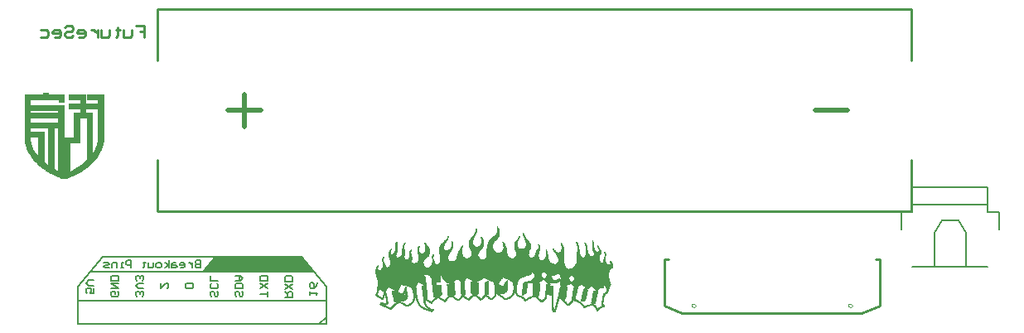
<source format=gbo>
G04*
G04 #@! TF.GenerationSoftware,Altium Limited,Altium Designer,18.1.9 (240)*
G04*
G04 Layer_Color=32896*
%FSLAX25Y25*%
%MOIN*%
G70*
G01*
G75*
%ADD11C,0.01968*%
%ADD15C,0.01000*%
%ADD17C,0.00787*%
%ADD19C,0.00394*%
%ADD62C,0.00500*%
%ADD116C,0.00177*%
%ADD117C,0.00121*%
%ADD118C,0.00512*%
D11*
X110236Y86611D02*
X97117D01*
X103677Y93171D02*
Y80051D01*
X346457Y86611D02*
X333338D01*
D15*
X68799Y127264D02*
X372146D01*
Y106614D02*
Y127264D01*
Y45965D02*
Y66614D01*
X68799Y106614D02*
Y127264D01*
Y45965D02*
Y66614D01*
Y45965D02*
X372146Y45965D01*
X279823Y5000D02*
X352067D01*
X272638Y8071D02*
Y26772D01*
X359252Y8071D02*
Y26772D01*
X272638Y8071D02*
X279823Y5000D01*
X352067D02*
X359252Y8071D01*
X272638Y26772D02*
X274213D01*
X357677D02*
X359252D01*
X60120Y120820D02*
X63400D01*
Y118360D01*
X61760D01*
X63400D01*
Y115900D01*
X58480Y119180D02*
Y116720D01*
X57660Y115900D01*
X55200D01*
Y119180D01*
X52741Y120000D02*
Y119180D01*
X53561D01*
X51921D01*
X52741D01*
Y116720D01*
X51921Y115900D01*
X49461Y119180D02*
Y116720D01*
X48641Y115900D01*
X46181D01*
Y119180D01*
X44541D02*
Y115900D01*
Y117540D01*
X43721Y118360D01*
X42901Y119180D01*
X42081D01*
X37162Y115900D02*
X38802D01*
X39622Y116720D01*
Y118360D01*
X38802Y119180D01*
X37162D01*
X36342Y118360D01*
Y117540D01*
X39622D01*
X31422Y120000D02*
X32242Y120820D01*
X33882D01*
X34702Y120000D01*
Y119180D01*
X33882Y118360D01*
X32242D01*
X31422Y117540D01*
Y116720D01*
X32242Y115900D01*
X33882D01*
X34702Y116720D01*
X27322Y115900D02*
X28962D01*
X29782Y116720D01*
Y118360D01*
X28962Y119180D01*
X27322D01*
X26502Y118360D01*
Y117540D01*
X29782D01*
X21583Y119180D02*
X24043D01*
X24863Y118360D01*
Y116720D01*
X24043Y115900D01*
X21583D01*
D17*
X36614Y15748D02*
X41614Y21748D01*
X131614D02*
X136614Y15748D01*
X41614Y21748D02*
X131614D01*
X41614D02*
X46614Y27748D01*
X126614D02*
X131614Y21748D01*
X46614Y27748D02*
X126614D01*
X87000Y21748D02*
X92000Y27748D01*
X36614Y10000D02*
X136614D01*
X36614Y1012D02*
Y15748D01*
X136614Y618D02*
Y15748D01*
X133858Y618D02*
X136614Y3374D01*
X36614Y618D02*
X136614D01*
X372441Y45811D02*
Y55764D01*
X402756Y45811D02*
Y55764D01*
X384221Y42268D02*
X388976D01*
X381221Y37268D02*
X384221Y42268D01*
X381221Y23764D02*
Y37268D01*
X393976Y23764D02*
Y37268D01*
X390976Y42268D02*
X393976Y37268D01*
X388976Y42268D02*
X390976D01*
X372441Y48764D02*
X402756D01*
X367913Y38764D02*
Y45811D01*
X372441D01*
X407283Y38764D02*
Y45811D01*
X402756D02*
X407283D01*
X372441Y55764D02*
X402756D01*
X372441Y23764D02*
X402756D01*
D19*
X285236Y8071D02*
X284692Y8820D01*
X283812Y8534D01*
Y7608D01*
X284692Y7322D01*
X285236Y8071D01*
X348228D02*
X347684Y8820D01*
X346804Y8534D01*
Y7608D01*
X347684Y7322D01*
X348228Y8071D01*
D62*
X91543Y27200D02*
X127071D01*
X91210Y26800D02*
X127404D01*
X90877Y26400D02*
X127737D01*
X92000Y27748D02*
X126614D01*
X91877Y27600D02*
X126737D01*
X126614Y27748D02*
X131614Y21748D01*
X89877Y25200D02*
X128737D01*
X89543Y24800D02*
X129071D01*
X90543Y26000D02*
X128071D01*
X90210Y25600D02*
X128404D01*
X88543Y23600D02*
X130071D01*
X88210Y23200D02*
X130404D01*
X87877Y22800D02*
X130737D01*
X89210Y24400D02*
X129404D01*
X88877Y24000D02*
X129737D01*
X87210Y22000D02*
X131404D01*
X87000Y21748D02*
X131614D01*
X87000D02*
X92000Y27748D01*
X87543Y22400D02*
X131071D01*
D116*
X22707Y93670D02*
X24831D01*
X22707Y93493D02*
X24831D01*
X22707Y93316D02*
X24831D01*
X40223Y93139D02*
X47123D01*
X37569D02*
X39693D01*
X32969D02*
X37216D01*
X15277D02*
X31200D01*
X40223Y92962D02*
X47123D01*
X37569D02*
X39693D01*
X32969D02*
X37216D01*
X15277D02*
X31200D01*
X40223Y92785D02*
X47123D01*
X37569D02*
X39693D01*
X32969D02*
X37216D01*
X15277D02*
X31200D01*
X40223Y92608D02*
X47123D01*
X37569D02*
X39693D01*
X32969D02*
X37216D01*
X15277D02*
X31200D01*
X40223Y92431D02*
X47123D01*
X37569D02*
X39693D01*
X32969D02*
X37216D01*
X15277D02*
X31200D01*
X40223Y92254D02*
X47123D01*
X37569D02*
X39693D01*
X32969D02*
X37216D01*
X15277D02*
X31200D01*
X40223Y92077D02*
X47123D01*
X37569D02*
X39693D01*
X32969D02*
X37216D01*
X15277D02*
X31200D01*
X40223Y91900D02*
X47123D01*
X37569D02*
X39693D01*
X32969D02*
X37216D01*
X15277D02*
X31200D01*
X40223Y91723D02*
X47123D01*
X37569D02*
X39693D01*
X32969D02*
X37216D01*
X15277D02*
X31200D01*
X40223Y91546D02*
X47123D01*
X37569D02*
X39693D01*
X32969D02*
X37216D01*
X15277D02*
X31200D01*
X40223Y91370D02*
X47123D01*
X37569D02*
X39693D01*
X32969D02*
X37216D01*
X15277D02*
X31200D01*
X40223Y91193D02*
X47123D01*
X37569D02*
X39693D01*
X32969D02*
X37216D01*
X15277D02*
X31200D01*
X40223Y91016D02*
X47123D01*
X37569D02*
X39693D01*
X15277D02*
X31200D01*
X44646Y90839D02*
X47123D01*
X37569D02*
X39693D01*
X29077D02*
X31200D01*
X15277D02*
X17400D01*
X44646Y90662D02*
X47123D01*
X37569D02*
X39693D01*
X29077D02*
X31200D01*
X15277D02*
X17400D01*
X44646Y90485D02*
X47123D01*
X37569D02*
X39693D01*
X29077D02*
X31200D01*
X15277D02*
X17400D01*
X44646Y90308D02*
X47123D01*
X37569D02*
X39693D01*
X29077D02*
X31200D01*
X15277D02*
X17400D01*
X44646Y90131D02*
X47123D01*
X37569D02*
X39693D01*
X29077D02*
X31200D01*
X15277D02*
X17400D01*
X44646Y89954D02*
X47123D01*
X37569D02*
X39693D01*
X29077D02*
X31200D01*
X15277D02*
X17400D01*
X44646Y89777D02*
X47123D01*
X37569D02*
X39693D01*
X15277D02*
X17400D01*
X44646Y89600D02*
X47123D01*
X37569D02*
X39693D01*
X15277D02*
X17400D01*
X44646Y89423D02*
X47123D01*
X32969D02*
X44469D01*
X15277D02*
X17400D01*
X44646Y89246D02*
X47123D01*
X32969D02*
X44469D01*
X15277D02*
X17400D01*
X44646Y89069D02*
X47123D01*
X32969D02*
X44469D01*
X15277D02*
X17400D01*
X44646Y88893D02*
X47123D01*
X32969D02*
X44469D01*
X15277D02*
X17400D01*
X44646Y88716D02*
X47123D01*
X32969D02*
X44469D01*
X15277D02*
X31023D01*
X44646Y88539D02*
X47123D01*
X32969D02*
X44469D01*
X15277D02*
X31023D01*
X44646Y88362D02*
X47123D01*
X32969D02*
X44469D01*
X15277D02*
X31023D01*
X44646Y88185D02*
X47123D01*
X32969D02*
X44469D01*
X15277D02*
X31023D01*
X44646Y88008D02*
X47123D01*
X32969D02*
X44469D01*
X15277D02*
X31023D01*
X44646Y87831D02*
X47123D01*
X32969D02*
X44469D01*
X15277D02*
X31023D01*
X44646Y87654D02*
X47123D01*
X32969D02*
X44469D01*
X15277D02*
X31023D01*
X44646Y87477D02*
X47123D01*
X32969D02*
X44469D01*
X15277D02*
X31023D01*
X44646Y87300D02*
X47123D01*
X32969D02*
X44469D01*
X15277D02*
X31023D01*
X44646Y87123D02*
X47123D01*
X37569D02*
X39693D01*
X15277D02*
X31023D01*
X44646Y86946D02*
X47123D01*
X37569D02*
X39693D01*
X15277D02*
X31023D01*
X44646Y86769D02*
X47123D01*
X37569D02*
X39693D01*
X15277D02*
X31023D01*
X44646Y86593D02*
X47123D01*
X37569D02*
X39693D01*
X28723D02*
X31023D01*
X15277D02*
X17400D01*
X44646Y86416D02*
X47123D01*
X37569D02*
X39693D01*
X28723D02*
X31023D01*
X15277D02*
X17400D01*
X44646Y86239D02*
X47123D01*
X37569D02*
X39693D01*
X28723D02*
X31023D01*
X15277D02*
X17400D01*
X44646Y86062D02*
X47123D01*
X37569D02*
X39693D01*
X28723D02*
X31023D01*
X15277D02*
X17400D01*
X44646Y85885D02*
X47123D01*
X37569D02*
X39693D01*
X28723D02*
X31023D01*
X15277D02*
X17400D01*
X44646Y85708D02*
X47123D01*
X35092D02*
X42346D01*
X15277D02*
X31023D01*
X44646Y85531D02*
X47123D01*
X35092D02*
X42346D01*
X15277D02*
X31023D01*
X44646Y85354D02*
X47123D01*
X35092D02*
X42346D01*
X15277D02*
X31023D01*
X44646Y85177D02*
X47123D01*
X35092D02*
X42346D01*
X15277D02*
X31023D01*
X44646Y85000D02*
X47123D01*
X35092D02*
X42346D01*
X15277D02*
X31023D01*
X44646Y84823D02*
X47123D01*
X35092D02*
X42346D01*
X15277D02*
X31023D01*
X44646Y84646D02*
X47123D01*
X35092D02*
X42346D01*
X15277D02*
X31023D01*
X44646Y84469D02*
X47123D01*
X35092D02*
X42346D01*
X15277D02*
X31023D01*
X44646Y84293D02*
X47123D01*
X35092D02*
X42346D01*
X15277D02*
X31023D01*
X44646Y84116D02*
X47123D01*
X35092D02*
X42346D01*
X15277D02*
X31023D01*
X44646Y83939D02*
X47123D01*
X35092D02*
X42346D01*
X15277D02*
X31023D01*
X44646Y83762D02*
X47123D01*
X35092D02*
X42346D01*
X15277D02*
X31023D01*
X44646Y83585D02*
X47123D01*
X40223D02*
X42346D01*
X35092D02*
X37216D01*
X15277D02*
X31023D01*
X44646Y83408D02*
X47123D01*
X40223D02*
X42346D01*
X35092D02*
X37216D01*
X28723D02*
X31023D01*
X15277D02*
X17400D01*
X44646Y83231D02*
X47123D01*
X40223D02*
X42346D01*
X35092D02*
X37216D01*
X28723D02*
X31023D01*
X15277D02*
X17400D01*
X44646Y83054D02*
X47123D01*
X40223D02*
X42346D01*
X35092D02*
X37216D01*
X28723D02*
X31023D01*
X15277D02*
X17400D01*
X44646Y82877D02*
X47123D01*
X40223D02*
X42346D01*
X35092D02*
X37216D01*
X28723D02*
X31023D01*
X15277D02*
X17400D01*
X44646Y82700D02*
X47123D01*
X40223D02*
X42346D01*
X35092D02*
X37216D01*
X28723D02*
X31023D01*
X15277D02*
X17400D01*
X44646Y82523D02*
X47123D01*
X40223D02*
X42346D01*
X35092D02*
X37216D01*
X28723D02*
X31023D01*
X15277D02*
X17400D01*
X44646Y82346D02*
X47123D01*
X40223D02*
X42346D01*
X35092D02*
X37216D01*
X28723D02*
X31023D01*
X15277D02*
X17400D01*
X44646Y82169D02*
X47123D01*
X40223D02*
X42346D01*
X35092D02*
X37216D01*
X28723D02*
X31023D01*
X15277D02*
X17400D01*
X44646Y81992D02*
X47123D01*
X40223D02*
X42346D01*
X35092D02*
X37216D01*
X28723D02*
X31023D01*
X15277D02*
X17400D01*
X44646Y81815D02*
X47123D01*
X40223D02*
X42346D01*
X35092D02*
X37216D01*
X15277D02*
X31023D01*
X44646Y81639D02*
X47123D01*
X40223D02*
X42346D01*
X35092D02*
X37216D01*
X15277D02*
X31023D01*
X44646Y81462D02*
X47123D01*
X40223D02*
X42346D01*
X35092D02*
X37216D01*
X15277D02*
X31023D01*
X44646Y81285D02*
X47123D01*
X40223D02*
X42346D01*
X35092D02*
X37216D01*
X15277D02*
X31023D01*
X44646Y81108D02*
X47123D01*
X40223D02*
X42346D01*
X35092D02*
X37216D01*
X15277D02*
X31023D01*
X44646Y80931D02*
X47123D01*
X40223D02*
X42346D01*
X35092D02*
X37216D01*
X15277D02*
X31023D01*
X44646Y80754D02*
X47123D01*
X40223D02*
X42346D01*
X35092D02*
X37216D01*
X15277D02*
X31023D01*
X44646Y80577D02*
X47123D01*
X40223D02*
X42346D01*
X35092D02*
X37216D01*
X15277D02*
X31023D01*
X44646Y80400D02*
X47123D01*
X40223D02*
X42346D01*
X35092D02*
X37216D01*
X15277D02*
X31023D01*
X44646Y80223D02*
X47123D01*
X40223D02*
X42346D01*
X35092D02*
X37216D01*
X15277D02*
X31023D01*
X44646Y80046D02*
X47123D01*
X40223D02*
X42346D01*
X35092D02*
X37216D01*
X15277D02*
X31023D01*
X44646Y79869D02*
X47123D01*
X40223D02*
X42346D01*
X35092D02*
X37216D01*
X15277D02*
X31023D01*
X44646Y79692D02*
X47123D01*
X40223D02*
X42346D01*
X35092D02*
X37216D01*
X15277D02*
X31023D01*
X44646Y79515D02*
X47123D01*
X40223D02*
X42346D01*
X35092D02*
X37216D01*
X28723D02*
X31023D01*
X24654D02*
X26954D01*
X15277D02*
X17400D01*
X44646Y79339D02*
X47123D01*
X40223D02*
X42346D01*
X35092D02*
X37216D01*
X28723D02*
X31023D01*
X24654D02*
X26954D01*
X15277D02*
X17400D01*
X44646Y79162D02*
X47123D01*
X40223D02*
X42346D01*
X35092D02*
X37216D01*
X28723D02*
X31023D01*
X24654D02*
X26954D01*
X15277D02*
X17400D01*
X44646Y78985D02*
X47123D01*
X40223D02*
X42346D01*
X35092D02*
X37216D01*
X28723D02*
X31023D01*
X24654D02*
X26954D01*
X15277D02*
X17400D01*
X44646Y78808D02*
X47123D01*
X40223D02*
X42346D01*
X35092D02*
X37216D01*
X28723D02*
X31023D01*
X24654D02*
X26954D01*
X15277D02*
X17400D01*
X44646Y78631D02*
X47123D01*
X40223D02*
X42346D01*
X35092D02*
X37216D01*
X28723D02*
X31023D01*
X24654D02*
X26954D01*
X15277D02*
X17400D01*
X44646Y78454D02*
X47123D01*
X40223D02*
X42346D01*
X35092D02*
X37216D01*
X28723D02*
X31023D01*
X24654D02*
X26954D01*
X15277D02*
X17400D01*
X44646Y78277D02*
X47123D01*
X40223D02*
X42346D01*
X35092D02*
X37216D01*
X28723D02*
X31023D01*
X24654D02*
X26954D01*
X15277D02*
X17400D01*
X44646Y78100D02*
X47123D01*
X40223D02*
X42346D01*
X35092D02*
X37216D01*
X28723D02*
X31023D01*
X24654D02*
X26954D01*
X15277D02*
X22884D01*
X44646Y77923D02*
X47123D01*
X40223D02*
X42346D01*
X35092D02*
X37216D01*
X28723D02*
X31023D01*
X24654D02*
X26954D01*
X15277D02*
X22884D01*
X44646Y77746D02*
X47123D01*
X40223D02*
X42346D01*
X35092D02*
X37216D01*
X28723D02*
X31023D01*
X24654D02*
X26954D01*
X15277D02*
X22884D01*
X44646Y77569D02*
X47123D01*
X40223D02*
X42346D01*
X35092D02*
X37216D01*
X28723D02*
X31023D01*
X24654D02*
X26954D01*
X15277D02*
X22884D01*
X44646Y77392D02*
X47123D01*
X40223D02*
X42346D01*
X35092D02*
X37216D01*
X28723D02*
X31023D01*
X24654D02*
X26954D01*
X15277D02*
X22884D01*
X44646Y77215D02*
X47123D01*
X40223D02*
X42346D01*
X35092D02*
X37216D01*
X28723D02*
X31023D01*
X24654D02*
X26954D01*
X15277D02*
X22884D01*
X44646Y77039D02*
X47123D01*
X40223D02*
X42346D01*
X35092D02*
X37216D01*
X28723D02*
X31023D01*
X24654D02*
X26954D01*
X15277D02*
X22884D01*
X44646Y76862D02*
X47123D01*
X40223D02*
X42346D01*
X35092D02*
X37216D01*
X28723D02*
X31023D01*
X24654D02*
X26954D01*
X15277D02*
X22884D01*
X44646Y76685D02*
X47123D01*
X40223D02*
X42346D01*
X35092D02*
X37216D01*
X28723D02*
X31023D01*
X24654D02*
X26954D01*
X15277D02*
X22884D01*
X44646Y76508D02*
X47123D01*
X40223D02*
X42346D01*
X35092D02*
X37216D01*
X28723D02*
X31023D01*
X24654D02*
X26954D01*
X15277D02*
X22884D01*
X44646Y76331D02*
X47123D01*
X40223D02*
X42346D01*
X35092D02*
X37216D01*
X28723D02*
X31023D01*
X24654D02*
X26954D01*
X15277D02*
X22884D01*
X44646Y76154D02*
X47123D01*
X40223D02*
X42346D01*
X35092D02*
X37216D01*
X28723D02*
X31023D01*
X24654D02*
X26954D01*
X15277D02*
X22884D01*
X44646Y75977D02*
X47123D01*
X40223D02*
X42346D01*
X35092D02*
X37216D01*
X28723D02*
X31023D01*
X24654D02*
X26954D01*
X20584D02*
X22884D01*
X15277D02*
X17400D01*
X44646Y75800D02*
X47123D01*
X40223D02*
X42346D01*
X31200D02*
X37216D01*
X28723D02*
X31023D01*
X24654D02*
X26954D01*
X20584D02*
X22884D01*
X15277D02*
X17400D01*
X44646Y75623D02*
X47123D01*
X40223D02*
X42346D01*
X31200D02*
X37216D01*
X28723D02*
X31023D01*
X24654D02*
X26954D01*
X20584D02*
X22884D01*
X15277D02*
X17400D01*
X44646Y75446D02*
X47123D01*
X40223D02*
X42346D01*
X31200D02*
X37216D01*
X28723D02*
X31023D01*
X24654D02*
X26954D01*
X20584D02*
X22884D01*
X15277D02*
X17400D01*
X44646Y75269D02*
X47123D01*
X40223D02*
X42346D01*
X31200D02*
X37216D01*
X28723D02*
X31023D01*
X24654D02*
X26954D01*
X20584D02*
X22884D01*
X15277D02*
X17400D01*
X44646Y75092D02*
X46946D01*
X40223D02*
X42346D01*
X31200D02*
X37216D01*
X28723D02*
X31023D01*
X24654D02*
X26954D01*
X20584D02*
X22884D01*
X15277D02*
X17400D01*
X44646Y74915D02*
X46946D01*
X40223D02*
X42346D01*
X31200D02*
X37216D01*
X28723D02*
X31023D01*
X24654D02*
X26954D01*
X20584D02*
X22884D01*
X15277D02*
X17400D01*
X44646Y74738D02*
X46946D01*
X40223D02*
X42346D01*
X31200D02*
X37216D01*
X28723D02*
X31023D01*
X24654D02*
X26954D01*
X20584D02*
X22884D01*
X15277D02*
X17400D01*
X44646Y74562D02*
X46946D01*
X40223D02*
X42346D01*
X31200D02*
X37216D01*
X28723D02*
X31023D01*
X24654D02*
X26954D01*
X20584D02*
X22884D01*
X15277D02*
X17400D01*
X44646Y74385D02*
X46946D01*
X40223D02*
X42346D01*
X31200D02*
X37216D01*
X28723D02*
X31023D01*
X24654D02*
X26954D01*
X20584D02*
X22884D01*
X15277D02*
X17400D01*
X44646Y74208D02*
X46946D01*
X40223D02*
X42346D01*
X31200D02*
X37216D01*
X28723D02*
X31023D01*
X24654D02*
X26954D01*
X20584D02*
X22884D01*
X15453D02*
X17400D01*
X44646Y74031D02*
X46946D01*
X40223D02*
X42346D01*
X31200D02*
X37216D01*
X28723D02*
X31023D01*
X24654D02*
X26954D01*
X20584D02*
X22884D01*
X15453D02*
X17577D01*
X44469Y73854D02*
X46770D01*
X40223D02*
X42346D01*
X31200D02*
X37216D01*
X28723D02*
X31023D01*
X24654D02*
X26954D01*
X20584D02*
X22884D01*
X15453D02*
X17577D01*
X44469Y73677D02*
X46770D01*
X40223D02*
X42346D01*
X31200D02*
X33500D01*
X28723D02*
X31023D01*
X24654D02*
X26954D01*
X20584D02*
X22884D01*
X15453D02*
X17577D01*
X44469Y73500D02*
X46770D01*
X40223D02*
X42346D01*
X31200D02*
X33500D01*
X28723D02*
X31023D01*
X24654D02*
X26954D01*
X20584D02*
X22884D01*
X15453D02*
X17577D01*
X44469Y73323D02*
X46770D01*
X40223D02*
X42346D01*
X31200D02*
X33500D01*
X28723D02*
X31023D01*
X24654D02*
X26954D01*
X20584D02*
X22884D01*
X15630D02*
X17577D01*
X44293Y73146D02*
X46593D01*
X40223D02*
X42346D01*
X31200D02*
X33500D01*
X28723D02*
X31023D01*
X24654D02*
X26954D01*
X20584D02*
X22884D01*
X15630D02*
X17754D01*
X44293Y72969D02*
X46593D01*
X40223D02*
X42346D01*
X31200D02*
X33500D01*
X28723D02*
X31023D01*
X24654D02*
X26954D01*
X20584D02*
X22884D01*
X15630D02*
X17754D01*
X44293Y72792D02*
X46593D01*
X40223D02*
X42346D01*
X31200D02*
X33500D01*
X28723D02*
X31023D01*
X24654D02*
X26954D01*
X20584D02*
X22884D01*
X15630D02*
X17754D01*
X44293Y72615D02*
X46593D01*
X40223D02*
X42346D01*
X31200D02*
X33500D01*
X28723D02*
X31023D01*
X24654D02*
X26954D01*
X20584D02*
X22884D01*
X15807D02*
X17931D01*
X44116Y72438D02*
X46416D01*
X40223D02*
X42346D01*
X31200D02*
X33500D01*
X28723D02*
X31023D01*
X24654D02*
X26954D01*
X20584D02*
X22884D01*
X15807D02*
X17931D01*
X44116Y72262D02*
X46416D01*
X40223D02*
X42346D01*
X31200D02*
X33500D01*
X28723D02*
X31023D01*
X24654D02*
X26954D01*
X20584D02*
X22884D01*
X15807D02*
X17931D01*
X44116Y72084D02*
X46416D01*
X40223D02*
X42346D01*
X31200D02*
X33500D01*
X28723D02*
X31023D01*
X24654D02*
X26954D01*
X20584D02*
X22884D01*
X15984D02*
X18107D01*
X43939Y71908D02*
X46239D01*
X40223D02*
X42346D01*
X31200D02*
X33500D01*
X28723D02*
X31023D01*
X24654D02*
X26954D01*
X20584D02*
X22884D01*
X15984D02*
X18107D01*
X43939Y71731D02*
X46239D01*
X40223D02*
X42346D01*
X31200D02*
X33500D01*
X28723D02*
X31023D01*
X24654D02*
X26954D01*
X20584D02*
X22884D01*
X15984D02*
X18107D01*
X43762Y71554D02*
X46239D01*
X40223D02*
X42346D01*
X31200D02*
X33500D01*
X28723D02*
X31023D01*
X24654D02*
X26954D01*
X20584D02*
X22884D01*
X16161D02*
X18284D01*
X43762Y71377D02*
X46062D01*
X40223D02*
X42346D01*
X31200D02*
X33500D01*
X28723D02*
X31023D01*
X24654D02*
X26954D01*
X20584D02*
X22884D01*
X16161D02*
X18284D01*
X43762Y71200D02*
X46062D01*
X40223D02*
X42346D01*
X31200D02*
X33500D01*
X28723D02*
X31023D01*
X24654D02*
X26954D01*
X20584D02*
X22884D01*
X16161D02*
X18461D01*
X43585Y71023D02*
X46062D01*
X40223D02*
X42346D01*
X31200D02*
X33500D01*
X28723D02*
X31023D01*
X24654D02*
X26954D01*
X20584D02*
X22884D01*
X16338D02*
X18461D01*
X43585Y70846D02*
X45885D01*
X40223D02*
X42346D01*
X31200D02*
X33500D01*
X28723D02*
X31023D01*
X24654D02*
X26954D01*
X20584D02*
X22884D01*
X16338D02*
X18638D01*
X43408Y70669D02*
X45885D01*
X40223D02*
X42346D01*
X31200D02*
X33500D01*
X28723D02*
X31023D01*
X24654D02*
X26954D01*
X20584D02*
X22884D01*
X16515D02*
X18638D01*
X43231Y70492D02*
X45708D01*
X40223D02*
X42346D01*
X31200D02*
X33500D01*
X28723D02*
X31023D01*
X24654D02*
X26954D01*
X20584D02*
X22884D01*
X16515D02*
X18815D01*
X43231Y70315D02*
X45708D01*
X40223D02*
X42346D01*
X31200D02*
X33500D01*
X28723D02*
X31023D01*
X24654D02*
X26954D01*
X20584D02*
X22884D01*
X16692D02*
X18992D01*
X43054Y70138D02*
X45531D01*
X40223D02*
X42346D01*
X31200D02*
X33500D01*
X28723D02*
X31023D01*
X24654D02*
X26954D01*
X20584D02*
X22884D01*
X16692D02*
X18992D01*
X43054Y69961D02*
X45531D01*
X40223D02*
X42346D01*
X31200D02*
X33500D01*
X28723D02*
X31023D01*
X24654D02*
X26954D01*
X20584D02*
X22884D01*
X16869D02*
X19169D01*
X42877Y69784D02*
X45354D01*
X40223D02*
X42346D01*
X31200D02*
X33500D01*
X28723D02*
X31023D01*
X24654D02*
X26954D01*
X20584D02*
X22884D01*
X16869D02*
X19346D01*
X42700Y69608D02*
X45354D01*
X40223D02*
X42346D01*
X31200D02*
X33500D01*
X28723D02*
X31023D01*
X24654D02*
X26954D01*
X20584D02*
X22884D01*
X17046D02*
X19346D01*
X42700Y69431D02*
X45177D01*
X40223D02*
X42346D01*
X31200D02*
X33500D01*
X28723D02*
X31023D01*
X24654D02*
X26954D01*
X20584D02*
X22884D01*
X17046D02*
X19523D01*
X42523Y69254D02*
X45177D01*
X40223D02*
X42346D01*
X31200D02*
X33500D01*
X28723D02*
X31023D01*
X24654D02*
X26954D01*
X20584D02*
X22884D01*
X17223D02*
X19700D01*
X40223Y69077D02*
X45000D01*
X31200D02*
X33500D01*
X28723D02*
X31023D01*
X24654D02*
X26954D01*
X20584D02*
X22884D01*
X17223D02*
X19700D01*
X40223Y68900D02*
X45000D01*
X31200D02*
X33500D01*
X28723D02*
X31023D01*
X24654D02*
X26954D01*
X20584D02*
X22884D01*
X17400D02*
X19877D01*
X40223Y68723D02*
X44823D01*
X31200D02*
X33500D01*
X28723D02*
X31023D01*
X24654D02*
X26954D01*
X20584D02*
X22884D01*
X17577D02*
X20054D01*
X40223Y68546D02*
X44646D01*
X31200D02*
X33500D01*
X28723D02*
X31023D01*
X24654D02*
X26954D01*
X20584D02*
X22884D01*
X17577D02*
X20231D01*
X40223Y68369D02*
X44646D01*
X31200D02*
X33500D01*
X28723D02*
X31023D01*
X24654D02*
X26954D01*
X20584D02*
X22884D01*
X17754D02*
X20407D01*
X40223Y68192D02*
X44469D01*
X31200D02*
X33500D01*
X28723D02*
X31023D01*
X24654D02*
X26954D01*
X20584D02*
X22884D01*
X17931D02*
X20407D01*
X40223Y68015D02*
X44293D01*
X31200D02*
X33500D01*
X28723D02*
X31023D01*
X24654D02*
X26954D01*
X17931D02*
X22884D01*
X40223Y67838D02*
X44293D01*
X31200D02*
X33500D01*
X28723D02*
X31023D01*
X24654D02*
X26954D01*
X18107D02*
X22884D01*
X40223Y67661D02*
X44116D01*
X31200D02*
X33500D01*
X28723D02*
X31023D01*
X24654D02*
X26954D01*
X18284D02*
X22884D01*
X40223Y67484D02*
X43939D01*
X31200D02*
X33500D01*
X28723D02*
X31023D01*
X24654D02*
X26954D01*
X18284D02*
X22884D01*
X40223Y67308D02*
X43762D01*
X31200D02*
X33500D01*
X28723D02*
X31023D01*
X24654D02*
X26954D01*
X18461D02*
X22884D01*
X40223Y67131D02*
X43762D01*
X31200D02*
X33500D01*
X28723D02*
X31023D01*
X24654D02*
X26954D01*
X18638D02*
X22884D01*
X40223Y66954D02*
X43585D01*
X31200D02*
X33500D01*
X28723D02*
X31023D01*
X24654D02*
X26954D01*
X18815D02*
X22884D01*
X40223Y66777D02*
X43408D01*
X31200D02*
X33500D01*
X28723D02*
X31023D01*
X24654D02*
X26954D01*
X18815D02*
X22884D01*
X40046Y66600D02*
X43231D01*
X31200D02*
X33500D01*
X28723D02*
X31023D01*
X24654D02*
X26954D01*
X18992D02*
X22884D01*
X40046Y66423D02*
X43054D01*
X31200D02*
X33500D01*
X28723D02*
X31023D01*
X24654D02*
X26954D01*
X19169D02*
X22884D01*
X39869Y66246D02*
X42877D01*
X31200D02*
X33500D01*
X28723D02*
X31023D01*
X24654D02*
X26954D01*
X19346D02*
X22884D01*
X39516Y66069D02*
X42700D01*
X31200D02*
X33500D01*
X28723D02*
X31023D01*
X24654D02*
X26954D01*
X19523D02*
X22884D01*
X39339Y65892D02*
X42700D01*
X31200D02*
X33500D01*
X28723D02*
X31023D01*
X24654D02*
X26954D01*
X19700D02*
X22884D01*
X39162Y65715D02*
X42523D01*
X31200D02*
X33500D01*
X28723D02*
X31023D01*
X24654D02*
X26954D01*
X19877D02*
X23061D01*
X38985Y65538D02*
X42346D01*
X31200D02*
X33500D01*
X28723D02*
X31023D01*
X24654D02*
X26954D01*
X20054D02*
X23238D01*
X38808Y65361D02*
X42169D01*
X31200D02*
X33500D01*
X28723D02*
X31023D01*
X24654D02*
X26954D01*
X20231D02*
X23592D01*
X38454Y65184D02*
X41816D01*
X31200D02*
X33500D01*
X28723D02*
X31023D01*
X24654D02*
X26954D01*
X20407D02*
X23769D01*
X38277Y65008D02*
X41639D01*
X31200D02*
X33500D01*
X28723D02*
X31023D01*
X24654D02*
X26954D01*
X20584D02*
X23946D01*
X38100Y64830D02*
X41462D01*
X31200D02*
X33500D01*
X28723D02*
X31023D01*
X24654D02*
X26954D01*
X20761D02*
X24300D01*
X37746Y64654D02*
X41285D01*
X31200D02*
X33500D01*
X28723D02*
X31023D01*
X24654D02*
X26954D01*
X20938D02*
X24477D01*
X37569Y64477D02*
X41108D01*
X31200D02*
X33500D01*
X28723D02*
X31023D01*
X21115D02*
X26954D01*
X37392Y64300D02*
X40931D01*
X31200D02*
X33500D01*
X28723D02*
X31023D01*
X21469D02*
X26954D01*
X37039Y64123D02*
X40577D01*
X31200D02*
X33500D01*
X28723D02*
X31023D01*
X21646D02*
X26954D01*
X36862Y63946D02*
X40400D01*
X31200D02*
X33500D01*
X28723D02*
X31023D01*
X21823D02*
X26954D01*
X36508Y63769D02*
X40223D01*
X31200D02*
X33500D01*
X28723D02*
X31023D01*
X22000D02*
X26954D01*
X36154Y63592D02*
X40046D01*
X31200D02*
X33500D01*
X28723D02*
X31023D01*
X22354D02*
X26954D01*
X35977Y63415D02*
X39693D01*
X31200D02*
X33500D01*
X28723D02*
X31023D01*
X22531D02*
X26954D01*
X35623Y63238D02*
X39516D01*
X31200D02*
X33500D01*
X28723D02*
X31023D01*
X22707D02*
X26954D01*
X35269Y63061D02*
X39339D01*
X31200D02*
X33500D01*
X28723D02*
X31023D01*
X23061D02*
X26954D01*
X34916Y62884D02*
X38985D01*
X31200D02*
X33500D01*
X28723D02*
X31023D01*
X23238D02*
X27308D01*
X34562Y62707D02*
X38808D01*
X31200D02*
X33500D01*
X28723D02*
X31023D01*
X23592D02*
X27661D01*
X34385Y62530D02*
X38454D01*
X31200D02*
X33500D01*
X28723D02*
X31023D01*
X23769D02*
X28015D01*
X34031Y62353D02*
X38277D01*
X31200D02*
X33500D01*
X28723D02*
X31023D01*
X24123D02*
X28369D01*
X31200Y62177D02*
X37923D01*
X24300D02*
X31023D01*
X31200Y62000D02*
X37569D01*
X24654D02*
X31023D01*
X31200Y61823D02*
X37392D01*
X25008D02*
X31023D01*
X31200Y61646D02*
X37039D01*
X25185D02*
X31023D01*
X31200Y61469D02*
X36685D01*
X25538D02*
X31023D01*
X25892Y61292D02*
X36331D01*
X26246Y61115D02*
X35977D01*
X26600Y60938D02*
X35623D01*
X26954Y60761D02*
X35446D01*
X27308Y60584D02*
X34916D01*
X27661Y60407D02*
X34562D01*
X28015Y60230D02*
X34208D01*
X28369Y60053D02*
X33854D01*
X28900Y59877D02*
X33323D01*
X29254Y59700D02*
X32969D01*
X29785Y59523D02*
X32438D01*
X30138Y59346D02*
X32085D01*
D117*
X205282Y39881D02*
X205402D01*
X205282Y39761D02*
X205523D01*
X205282Y39640D02*
X205523D01*
X205282Y39519D02*
X205644D01*
X205402Y39399D02*
X205644D01*
X205402Y39278D02*
X205764D01*
X205402Y39158D02*
X205764D01*
X205402Y39037D02*
X205764D01*
X196842D02*
X196962D01*
X205402Y38916D02*
X205885D01*
X196842D02*
X196962D01*
X205402Y38796D02*
X205885D01*
X196842D02*
X197083D01*
X205402Y38675D02*
X205885D01*
X196721D02*
X197083D01*
X205402Y38555D02*
X205885D01*
X196721D02*
X197083D01*
X205402Y38434D02*
X205885D01*
X196721D02*
X197083D01*
X205402Y38314D02*
X206005D01*
X196721D02*
X197083D01*
X205402Y38193D02*
X206005D01*
X196721D02*
X196962D01*
X205402Y38072D02*
X206005D01*
X196600D02*
X196962D01*
X205402Y37952D02*
X206005D01*
X196600D02*
X196962D01*
X205402Y37831D02*
X206005D01*
X196600D02*
X196962D01*
X205282Y37711D02*
X206005D01*
X196480D02*
X196842D01*
X205282Y37590D02*
X206005D01*
X196480D02*
X196842D01*
X205282Y37470D02*
X206005D01*
X196480D02*
X196721D01*
X205161Y37349D02*
X206005D01*
X196359D02*
X196721D01*
X215651Y37228D02*
X215772D01*
X205161D02*
X206005D01*
X196359D02*
X196721D01*
X215772Y37108D02*
X215893D01*
X205041D02*
X206005D01*
X196239D02*
X196600D01*
X215772Y36987D02*
X215893D01*
X204920D02*
X206005D01*
X196239D02*
X196480D01*
X215772Y36867D02*
X216013D01*
X204920D02*
X206005D01*
X196118D02*
X196480D01*
X215772Y36746D02*
X216013D01*
X204800D02*
X206005D01*
X195998D02*
X196359D01*
X215772Y36625D02*
X216134D01*
X204679D02*
X206005D01*
X195998D02*
X196359D01*
X215772Y36505D02*
X216134D01*
X204558D02*
X205885D01*
X195877D02*
X196239D01*
X215772Y36384D02*
X216254D01*
X204438D02*
X205885D01*
X195756D02*
X196239D01*
X215893Y36264D02*
X216254D01*
X204317D02*
X205885D01*
X195636D02*
X196118D01*
X215893Y36143D02*
X216254D01*
X214325D02*
X214446D01*
X204197D02*
X205885D01*
X195636D02*
X196118D01*
X185628D02*
X185749D01*
X216013Y36023D02*
X216375D01*
X214205D02*
X214446D01*
X203956D02*
X205764D01*
X195515D02*
X195998D01*
X185507D02*
X185749D01*
X216013Y35902D02*
X216495D01*
X214205D02*
X214446D01*
X203835D02*
X205764D01*
X195395D02*
X195998D01*
X185507D02*
X185628D01*
X216013Y35781D02*
X216495D01*
X214084D02*
X214446D01*
X203714D02*
X205764D01*
X198650D02*
X198891D01*
X195274D02*
X195877D01*
X185387D02*
X185628D01*
X216134Y35661D02*
X216616D01*
X214084D02*
X214325D01*
X203473D02*
X205644D01*
X198650D02*
X199012D01*
X195153D02*
X195877D01*
X185387D02*
X185628D01*
X216134Y35540D02*
X216616D01*
X213963D02*
X214325D01*
X203353D02*
X205523D01*
X198771D02*
X199133D01*
X195033D02*
X195877D01*
X185387D02*
X185628D01*
X216254Y35420D02*
X216737D01*
X213963D02*
X214205D01*
X203232D02*
X205523D01*
X198771D02*
X199253D01*
X194912D02*
X195756D01*
X185266D02*
X185507D01*
X216254Y35299D02*
X216857D01*
X213843D02*
X214205D01*
X203112D02*
X205282D01*
X198891D02*
X199253D01*
X194792D02*
X195756D01*
X185266D02*
X185507D01*
X216254Y35179D02*
X216978D01*
X213722D02*
X214084D01*
X202991D02*
X205282D01*
X198891D02*
X199374D01*
X194792D02*
X195636D01*
X185146D02*
X185507D01*
X216375Y35058D02*
X216978D01*
X213722D02*
X214084D01*
X202870D02*
X205161D01*
X198891D02*
X199374D01*
X194671D02*
X195636D01*
X185025D02*
X185387D01*
X216375Y34937D02*
X217098D01*
X213602D02*
X213963D01*
X202750D02*
X205041D01*
X198891D02*
X199494D01*
X194551D02*
X195636D01*
X185025D02*
X185266D01*
X216495Y34817D02*
X217219D01*
X213481D02*
X213843D01*
X202629D02*
X204920D01*
X198891D02*
X199494D01*
X194430D02*
X195636D01*
X184905D02*
X185266D01*
X216495Y34696D02*
X217339D01*
X213361D02*
X213843D01*
X202509D02*
X204800D01*
X198891D02*
X199494D01*
X194430D02*
X195515D01*
X184784D02*
X185146D01*
X216616Y34576D02*
X217460D01*
X213240D02*
X213722D01*
X202388D02*
X204679D01*
X198891D02*
X199615D01*
X194430D02*
X195515D01*
X184663D02*
X185025D01*
X216616Y34455D02*
X217460D01*
X213119D02*
X213722D01*
X202268D02*
X204558D01*
X198891D02*
X199615D01*
X194309D02*
X195515D01*
X184543D02*
X185025D01*
X216737Y34335D02*
X217581D01*
X212999D02*
X213602D01*
X202147D02*
X204438D01*
X199012D02*
X199615D01*
X194309D02*
X195515D01*
X184422D02*
X184905D01*
X243625Y34214D02*
X243746D01*
X216737D02*
X217701D01*
X212878D02*
X213481D01*
X202147D02*
X204317D01*
X199012D02*
X199735D01*
X194189D02*
X195515D01*
X184181D02*
X184784D01*
X243625Y34093D02*
X243866D01*
X216737D02*
X217822D01*
X212878D02*
X213481D01*
X202026D02*
X204197D01*
X199012D02*
X199735D01*
X194189D02*
X195395D01*
X186954D02*
X187196D01*
X184061D02*
X184784D01*
X243625Y33973D02*
X243866D01*
X216857D02*
X217942D01*
X212758D02*
X213361D01*
X201906D02*
X204076D01*
X199012D02*
X199735D01*
X194189D02*
X195395D01*
X186954D02*
X187196D01*
X183940D02*
X184663D01*
X243746Y33852D02*
X243987D01*
X236993D02*
X237114D01*
X216857D02*
X217942D01*
X212637D02*
X213361D01*
X201906D02*
X203956D01*
X199012D02*
X199735D01*
X194068D02*
X195395D01*
X187075D02*
X187316D01*
X183819D02*
X184543D01*
X243746Y33732D02*
X243987D01*
X236993D02*
X237234D01*
X216857D02*
X218063D01*
X212637D02*
X213361D01*
X207452D02*
X207573D01*
X201785D02*
X203956D01*
X199012D02*
X199735D01*
X194068D02*
X195395D01*
X187075D02*
X187316D01*
X183699D02*
X184543D01*
X164768D02*
X164889D01*
X243746Y33611D02*
X243987D01*
X237114D02*
X237355D01*
X216978D02*
X218183D01*
X212516D02*
X213240D01*
X207452D02*
X207693D01*
X201785D02*
X203835D01*
X199012D02*
X199856D01*
X194068D02*
X195395D01*
X187075D02*
X187437D01*
X183578D02*
X184422D01*
X164648D02*
X164889D01*
X243746Y33490D02*
X243987D01*
X237114D02*
X237476D01*
X216978D02*
X218183D01*
X212396D02*
X213240D01*
X207573D02*
X207934D01*
X201665D02*
X203835D01*
X198891D02*
X199856D01*
X194068D02*
X195395D01*
X187075D02*
X187437D01*
X183458D02*
X184302D01*
X176102D02*
X176223D01*
X164648D02*
X164889D01*
X243625Y33370D02*
X243987D01*
X240490D02*
X240611D01*
X237234D02*
X237476D01*
X230965D02*
X231085D01*
X216978D02*
X218304D01*
X212396D02*
X213240D01*
X207573D02*
X207934D01*
X201665D02*
X203714D01*
X198891D02*
X199856D01*
X194068D02*
X195395D01*
X187075D02*
X187437D01*
X183337D02*
X184302D01*
X176102D02*
X176344D01*
X164527D02*
X164889D01*
X243625Y33249D02*
X243987D01*
X240490D02*
X240731D01*
X237234D02*
X237596D01*
X230965D02*
X231206D01*
X216978D02*
X218425D01*
X212396D02*
X213240D01*
X207573D02*
X208055D01*
X201665D02*
X203714D01*
X198891D02*
X199856D01*
X193948D02*
X195515D01*
X187075D02*
X187437D01*
X183217D02*
X184181D01*
X176102D02*
X176344D01*
X168024D02*
X168265D01*
X164527D02*
X164889D01*
X243625Y33129D02*
X244107D01*
X240611D02*
X240852D01*
X237234D02*
X237596D01*
X230965D02*
X231326D01*
X216978D02*
X218425D01*
X212396D02*
X213240D01*
X207693D02*
X208176D01*
X201544D02*
X203594D01*
X198891D02*
X199856D01*
X193948D02*
X195515D01*
X187075D02*
X187437D01*
X182975D02*
X184181D01*
X176102D02*
X176464D01*
X167903D02*
X168145D01*
X164527D02*
X164889D01*
X243625Y33008D02*
X244107D01*
X240611D02*
X240972D01*
X237355D02*
X237596D01*
X231085D02*
X231326D01*
X216978D02*
X218425D01*
X212275D02*
X213119D01*
X207693D02*
X208176D01*
X201544D02*
X203594D01*
X198771D02*
X199856D01*
X193948D02*
X195515D01*
X187075D02*
X187437D01*
X182855D02*
X184181D01*
X176102D02*
X176585D01*
X167783D02*
X168024D01*
X164527D02*
X164768D01*
X243625Y32888D02*
X244107D01*
X240731D02*
X240972D01*
X237355D02*
X237717D01*
X231085D02*
X231447D01*
X216978D02*
X218545D01*
X212275D02*
X213119D01*
X207693D02*
X208296D01*
X201544D02*
X203473D01*
X198771D02*
X199856D01*
X193948D02*
X195515D01*
X187075D02*
X187437D01*
X182855D02*
X184061D01*
X176223D02*
X176585D01*
X167662D02*
X168024D01*
X164527D02*
X164768D01*
X243625Y32767D02*
X244107D01*
X240731D02*
X241093D01*
X237476D02*
X237717D01*
X231206D02*
X231447D01*
X221801D02*
X222042D01*
X216978D02*
X218545D01*
X212275D02*
X213240D01*
X207814D02*
X208417D01*
X201424D02*
X203473D01*
X198650D02*
X199856D01*
X193948D02*
X195636D01*
X187075D02*
X187437D01*
X182734D02*
X184061D01*
X176223D02*
X176705D01*
X167662D02*
X167903D01*
X164527D02*
X164768D01*
X243625Y32647D02*
X243987D01*
X240852D02*
X241093D01*
X237476D02*
X237837D01*
X231206D02*
X231447D01*
X221921D02*
X222163D01*
X216978D02*
X218666D01*
X212275D02*
X213240D01*
X207814D02*
X208417D01*
X201424D02*
X203473D01*
X198650D02*
X199856D01*
X193948D02*
X195756D01*
X187075D02*
X187437D01*
X182614D02*
X183940D01*
X176223D02*
X176826D01*
X167542D02*
X167903D01*
X164527D02*
X164889D01*
X243625Y32526D02*
X243987D01*
X240852D02*
X241093D01*
X237476D02*
X237837D01*
X231206D02*
X231568D01*
X221921D02*
X222163D01*
X216978D02*
X218666D01*
X212275D02*
X213240D01*
X207814D02*
X208537D01*
X201424D02*
X203473D01*
X198530D02*
X199735D01*
X193948D02*
X195756D01*
X187075D02*
X187437D01*
X182493D02*
X183940D01*
X176223D02*
X176826D01*
X167542D02*
X167783D01*
X164527D02*
X164889D01*
X243625Y32405D02*
X243987D01*
X240852D02*
X241213D01*
X237596D02*
X237958D01*
X231326D02*
X231568D01*
X221921D02*
X222283D01*
X216978D02*
X218666D01*
X212275D02*
X213240D01*
X207814D02*
X208537D01*
X201424D02*
X203353D01*
X198409D02*
X199735D01*
X193948D02*
X195877D01*
X187075D02*
X187437D01*
X182493D02*
X183819D01*
X176223D02*
X176946D01*
X167542D02*
X167783D01*
X164527D02*
X164889D01*
X245554Y32285D02*
X245675D01*
X243625D02*
X244107D01*
X240972D02*
X241213D01*
X237596D02*
X237958D01*
X231326D02*
X231688D01*
X221921D02*
X222283D01*
X216978D02*
X218666D01*
X212275D02*
X213240D01*
X207814D02*
X208537D01*
X201424D02*
X203353D01*
X198289D02*
X199735D01*
X193948D02*
X195877D01*
X191295D02*
X191416D01*
X187075D02*
X187437D01*
X182372D02*
X183819D01*
X176223D02*
X177067D01*
X167421D02*
X167783D01*
X164527D02*
X164889D01*
X245554Y32164D02*
X245675D01*
X243625D02*
X244107D01*
X240972D02*
X241213D01*
X237596D02*
X237958D01*
X231326D02*
X231688D01*
X221921D02*
X222283D01*
X216857D02*
X218666D01*
X212275D02*
X213240D01*
X207814D02*
X208658D01*
X201424D02*
X203353D01*
X198168D02*
X199615D01*
X193948D02*
X195998D01*
X191174D02*
X191416D01*
X186954D02*
X187437D01*
X182252D02*
X183819D01*
X176223D02*
X177188D01*
X167421D02*
X167662D01*
X164527D02*
X164889D01*
X245554Y32044D02*
X245795D01*
X243625D02*
X244107D01*
X240972D02*
X241334D01*
X237596D02*
X237958D01*
X231326D02*
X231688D01*
X221921D02*
X222283D01*
X216857D02*
X218666D01*
X212275D02*
X213361D01*
X207814D02*
X208658D01*
X201303D02*
X203353D01*
X197927D02*
X199615D01*
X194068D02*
X196118D01*
X191054D02*
X191416D01*
X186954D02*
X187437D01*
X182252D02*
X183819D01*
X176344D02*
X177308D01*
X173812D02*
X174053D01*
X167421D02*
X167662D01*
X164527D02*
X164889D01*
X245675Y31923D02*
X245916D01*
X243625D02*
X244107D01*
X240972D02*
X241334D01*
X237717D02*
X238078D01*
X231326D02*
X231809D01*
X221921D02*
X222404D01*
X216857D02*
X218666D01*
X212275D02*
X213361D01*
X207934D02*
X208779D01*
X201303D02*
X203353D01*
X197806D02*
X199494D01*
X194068D02*
X196359D01*
X190933D02*
X191295D01*
X186954D02*
X187437D01*
X182252D02*
X183699D01*
X176344D02*
X177429D01*
X173691D02*
X173932D01*
X167300D02*
X167662D01*
X164527D02*
X164889D01*
X245675Y31802D02*
X246037D01*
X243746D02*
X244107D01*
X240972D02*
X241334D01*
X237717D02*
X238078D01*
X231326D02*
X231809D01*
X221921D02*
X222404D01*
X216737D02*
X218666D01*
X212396D02*
X213481D01*
X207934D02*
X208779D01*
X201303D02*
X203353D01*
X197324D02*
X199494D01*
X194189D02*
X196842D01*
X190933D02*
X191295D01*
X186834D02*
X187437D01*
X182131D02*
X183699D01*
X176344D02*
X177549D01*
X173691D02*
X173932D01*
X167300D02*
X167662D01*
X164527D02*
X164889D01*
X245795Y31682D02*
X246037D01*
X243746D02*
X244107D01*
X241093D02*
X241334D01*
X237717D02*
X238078D01*
X231326D02*
X231809D01*
X221921D02*
X222404D01*
X216737D02*
X218666D01*
X212396D02*
X213602D01*
X207934D02*
X208779D01*
X201303D02*
X203353D01*
X194189D02*
X199374D01*
X190813D02*
X191295D01*
X186834D02*
X187316D01*
X182131D02*
X183699D01*
X176344D02*
X177549D01*
X173570D02*
X173932D01*
X167300D02*
X167662D01*
X164527D02*
X164889D01*
X245916Y31561D02*
X246157D01*
X243746D02*
X244107D01*
X241093D02*
X241334D01*
X237717D02*
X238199D01*
X231326D02*
X231929D01*
X221921D02*
X222404D01*
X216616D02*
X218666D01*
X212396D02*
X213602D01*
X207934D02*
X208779D01*
X201303D02*
X203353D01*
X194309D02*
X199374D01*
X190692D02*
X191174D01*
X186713D02*
X187316D01*
X182011D02*
X183699D01*
X176344D02*
X177670D01*
X173450D02*
X173812D01*
X167300D02*
X167783D01*
X164407D02*
X164889D01*
X245916Y31441D02*
X246278D01*
X243746D02*
X244107D01*
X241093D02*
X241455D01*
X237717D02*
X238199D01*
X231326D02*
X231929D01*
X221921D02*
X222404D01*
X216495D02*
X218666D01*
X212396D02*
X213722D01*
X207934D02*
X208899D01*
X201303D02*
X203353D01*
X194309D02*
X199253D01*
X190692D02*
X191174D01*
X186713D02*
X187316D01*
X182011D02*
X183699D01*
X176344D02*
X177670D01*
X173450D02*
X173812D01*
X167300D02*
X167783D01*
X164407D02*
X165009D01*
X246037Y31320D02*
X246398D01*
X243746D02*
X244228D01*
X241093D02*
X241455D01*
X237717D02*
X238199D01*
X231326D02*
X231929D01*
X221921D02*
X222404D01*
X216375D02*
X218545D01*
X212396D02*
X213843D01*
X207934D02*
X208899D01*
X201303D02*
X203473D01*
X194430D02*
X199133D01*
X190572D02*
X191174D01*
X186593D02*
X187196D01*
X182011D02*
X183699D01*
X176344D02*
X177791D01*
X173450D02*
X173812D01*
X167300D02*
X167783D01*
X164407D02*
X165009D01*
X246037Y31200D02*
X246398D01*
X243746D02*
X244228D01*
X241093D02*
X241455D01*
X237717D02*
X238199D01*
X231326D02*
X231929D01*
X221801D02*
X222404D01*
X216013D02*
X218545D01*
X212516D02*
X214084D01*
X207934D02*
X208899D01*
X201303D02*
X203473D01*
X194430D02*
X199012D01*
X190572D02*
X191174D01*
X186593D02*
X187196D01*
X181890D02*
X183819D01*
X176464D02*
X177791D01*
X173329D02*
X173691D01*
X167180D02*
X167783D01*
X164407D02*
X165009D01*
X246157Y31079D02*
X246519D01*
X243746D02*
X244228D01*
X240972D02*
X241455D01*
X237717D02*
X238199D01*
X231326D02*
X232050D01*
X227709D02*
X227830D01*
X221801D02*
X222404D01*
X215169D02*
X218425D01*
X212516D02*
X214446D01*
X207814D02*
X208899D01*
X201182D02*
X203473D01*
X194430D02*
X199012D01*
X190451D02*
X191054D01*
X186472D02*
X187196D01*
X181890D02*
X183819D01*
X176464D02*
X177791D01*
X173329D02*
X173691D01*
X167180D02*
X167783D01*
X164407D02*
X165009D01*
X162719D02*
X162839D01*
X246157Y30958D02*
X246519D01*
X243746D02*
X244349D01*
X240972D02*
X241455D01*
X237717D02*
X238199D01*
X231326D02*
X232050D01*
X227709D02*
X227950D01*
X221680D02*
X222283D01*
X212516D02*
X218425D01*
X207814D02*
X209020D01*
X201182D02*
X203594D01*
X194551D02*
X198891D01*
X190451D02*
X191054D01*
X186352D02*
X187075D01*
X181890D02*
X183819D01*
X176464D02*
X177911D01*
X173329D02*
X173691D01*
X167180D02*
X167783D01*
X164407D02*
X165009D01*
X162598D02*
X162719D01*
X246278Y30838D02*
X246639D01*
X243746D02*
X244349D01*
X240972D02*
X241455D01*
X237717D02*
X238199D01*
X231326D02*
X232050D01*
X227830D02*
X227950D01*
X221680D02*
X222283D01*
X212516D02*
X218304D01*
X207814D02*
X209020D01*
X201182D02*
X203594D01*
X194551D02*
X198771D01*
X190331D02*
X191054D01*
X186231D02*
X187075D01*
X181890D02*
X183940D01*
X176464D02*
X177911D01*
X173329D02*
X173691D01*
X167180D02*
X167903D01*
X164407D02*
X165009D01*
X162477D02*
X162719D01*
X246278Y30717D02*
X246639D01*
X243746D02*
X244469D01*
X240972D02*
X241455D01*
X237717D02*
X238199D01*
X231326D02*
X232050D01*
X227830D02*
X228071D01*
X221560D02*
X222283D01*
X212637D02*
X218304D01*
X207693D02*
X209020D01*
X201182D02*
X203714D01*
X194671D02*
X198650D01*
X190331D02*
X191054D01*
X186110D02*
X186954D01*
X181890D02*
X184061D01*
X176464D02*
X177911D01*
X173329D02*
X173691D01*
X167180D02*
X167903D01*
X164407D02*
X165009D01*
X162357D02*
X162598D01*
X246278Y30597D02*
X246760D01*
X243746D02*
X244469D01*
X240972D02*
X241455D01*
X237717D02*
X238320D01*
X231206D02*
X232050D01*
X227830D02*
X228191D01*
X224936D02*
X225056D01*
X221439D02*
X222283D01*
X212637D02*
X218183D01*
X207693D02*
X209020D01*
X201182D02*
X203835D01*
X194792D02*
X198530D01*
X190210D02*
X191054D01*
X185869D02*
X186834D01*
X181890D02*
X184181D01*
X176344D02*
X177911D01*
X173209D02*
X173691D01*
X170677D02*
X170797D01*
X167180D02*
X167903D01*
X164286D02*
X165009D01*
X162236D02*
X162598D01*
X246278Y30476D02*
X246760D01*
X243866D02*
X244590D01*
X240972D02*
X241455D01*
X237717D02*
X238320D01*
X231206D02*
X232050D01*
X227950D02*
X228312D01*
X224936D02*
X225056D01*
X221319D02*
X222283D01*
X212637D02*
X218183D01*
X207573D02*
X209020D01*
X201182D02*
X203835D01*
X194792D02*
X198409D01*
X190089D02*
X191054D01*
X185628D02*
X186834D01*
X181890D02*
X184302D01*
X176344D02*
X177911D01*
X173209D02*
X173691D01*
X170435D02*
X170677D01*
X167180D02*
X167903D01*
X164286D02*
X165009D01*
X162116D02*
X162477D01*
X246278Y30356D02*
X246881D01*
X243866D02*
X244590D01*
X240972D02*
X241575D01*
X237596D02*
X238320D01*
X231206D02*
X232050D01*
X228071D02*
X228432D01*
X224936D02*
X225056D01*
X221319D02*
X222283D01*
X212758D02*
X218063D01*
X207573D02*
X209020D01*
X201182D02*
X203956D01*
X194912D02*
X198289D01*
X190089D02*
X191054D01*
X185387D02*
X186713D01*
X181890D02*
X184422D01*
X176344D02*
X178032D01*
X173209D02*
X173691D01*
X170435D02*
X170677D01*
X167180D02*
X167903D01*
X164286D02*
X165009D01*
X162116D02*
X162477D01*
X246398Y30235D02*
X246881D01*
X243987D02*
X244710D01*
X240972D02*
X241575D01*
X237596D02*
X238320D01*
X231085D02*
X232050D01*
X228191D02*
X228553D01*
X224936D02*
X225177D01*
X221198D02*
X222283D01*
X212758D02*
X218063D01*
X207452D02*
X209020D01*
X201182D02*
X204076D01*
X194912D02*
X198168D01*
X189969D02*
X191054D01*
X181890D02*
X186593D01*
X176344D02*
X178032D01*
X173209D02*
X173691D01*
X170315D02*
X170677D01*
X167180D02*
X167903D01*
X164286D02*
X165009D01*
X161995D02*
X162357D01*
X246278Y30114D02*
X246881D01*
X243987D02*
X244831D01*
X240972D02*
X241575D01*
X237596D02*
X238320D01*
X231085D02*
X232170D01*
X228191D02*
X228553D01*
X225056D02*
X225177D01*
X221198D02*
X222163D01*
X212758D02*
X218063D01*
X207452D02*
X209020D01*
X201182D02*
X204197D01*
X195033D02*
X198047D01*
X189969D02*
X191054D01*
X181890D02*
X186593D01*
X176344D02*
X178032D01*
X173209D02*
X173691D01*
X170315D02*
X170556D01*
X167180D02*
X167903D01*
X164165D02*
X165009D01*
X161995D02*
X162357D01*
X246278Y29994D02*
X246881D01*
X243987D02*
X244951D01*
X240972D02*
X241575D01*
X237596D02*
X238320D01*
X230965D02*
X232170D01*
X228312D02*
X228674D01*
X225056D02*
X225297D01*
X221198D02*
X222163D01*
X212878D02*
X218063D01*
X207332D02*
X209020D01*
X201182D02*
X204317D01*
X195033D02*
X198047D01*
X189848D02*
X191054D01*
X181890D02*
X186472D01*
X176223D02*
X178032D01*
X173209D02*
X173812D01*
X170315D02*
X170556D01*
X167180D02*
X167903D01*
X164165D02*
X164889D01*
X161874D02*
X162236D01*
X246157Y29873D02*
X246881D01*
X244107D02*
X245193D01*
X240972D02*
X241575D01*
X237596D02*
X238320D01*
X230965D02*
X232170D01*
X228432D02*
X228794D01*
X225056D02*
X225297D01*
X221077D02*
X222163D01*
X212878D02*
X217942D01*
X207211D02*
X209020D01*
X201182D02*
X204438D01*
X195033D02*
X197927D01*
X189848D02*
X191054D01*
X181890D02*
X186352D01*
X176223D02*
X178032D01*
X173209D02*
X173812D01*
X170194D02*
X170435D01*
X167180D02*
X167903D01*
X164165D02*
X164889D01*
X161874D02*
X162236D01*
X245795Y29753D02*
X247001D01*
X244107D02*
X245675D01*
X240972D02*
X241696D01*
X237476D02*
X238320D01*
X230723D02*
X232170D01*
X228432D02*
X229035D01*
X225056D02*
X225418D01*
X221077D02*
X222163D01*
X212878D02*
X217942D01*
X207090D02*
X209020D01*
X201182D02*
X204679D01*
X195033D02*
X197927D01*
X189848D02*
X191054D01*
X182011D02*
X186352D01*
X176102D02*
X178032D01*
X173209D02*
X173812D01*
X170194D02*
X170435D01*
X167180D02*
X167903D01*
X164045D02*
X164889D01*
X161874D02*
X162236D01*
X248448Y29632D02*
X248569D01*
X244107D02*
X247001D01*
X240972D02*
X241696D01*
X237476D02*
X238320D01*
X230482D02*
X232050D01*
X228553D02*
X229276D01*
X225056D02*
X225418D01*
X220957D02*
X222042D01*
X212999D02*
X217942D01*
X206849D02*
X209020D01*
X201182D02*
X204800D01*
X195033D02*
X197806D01*
X189728D02*
X191054D01*
X182011D02*
X186231D01*
X176102D02*
X178032D01*
X173209D02*
X173932D01*
X170194D02*
X170435D01*
X167180D02*
X167903D01*
X164045D02*
X164768D01*
X161754D02*
X162236D01*
X248448Y29511D02*
X248689D01*
X244228D02*
X246881D01*
X240972D02*
X241696D01*
X237476D02*
X238320D01*
X228674D02*
X232050D01*
X225177D02*
X225418D01*
X220957D02*
X222042D01*
X212999D02*
X217942D01*
X206367D02*
X209020D01*
X201182D02*
X205282D01*
X195153D02*
X197686D01*
X189728D02*
X191054D01*
X182011D02*
X186110D01*
X175982D02*
X178032D01*
X173329D02*
X173932D01*
X170194D02*
X170435D01*
X167180D02*
X167903D01*
X163924D02*
X164768D01*
X161754D02*
X162236D01*
X248448Y29391D02*
X248689D01*
X244228D02*
X246881D01*
X240972D02*
X241696D01*
X237476D02*
X238440D01*
X228674D02*
X232050D01*
X225177D02*
X225418D01*
X220836D02*
X222042D01*
X212999D02*
X217942D01*
X201182D02*
X209020D01*
X195153D02*
X197686D01*
X189728D02*
X191054D01*
X182131D02*
X186110D01*
X175861D02*
X178032D01*
X173329D02*
X174053D01*
X170194D02*
X170435D01*
X167180D02*
X167903D01*
X163924D02*
X164768D01*
X161754D02*
X162236D01*
X248448Y29270D02*
X248810D01*
X244228D02*
X246881D01*
X240972D02*
X241816D01*
X237476D02*
X238440D01*
X228794D02*
X232050D01*
X225177D02*
X225539D01*
X220836D02*
X221921D01*
X212999D02*
X217942D01*
X201182D02*
X209140D01*
X195153D02*
X197686D01*
X189607D02*
X191054D01*
X182131D02*
X185990D01*
X175741D02*
X178032D01*
X173329D02*
X174294D01*
X170194D02*
X170435D01*
X167180D02*
X167903D01*
X163804D02*
X164648D01*
X161754D02*
X162236D01*
X248569Y29150D02*
X248810D01*
X244349D02*
X246881D01*
X240972D02*
X241816D01*
X237355D02*
X238440D01*
X228915D02*
X232050D01*
X225177D02*
X225539D01*
X220836D02*
X221921D01*
X212999D02*
X217942D01*
X201182D02*
X209140D01*
X195153D02*
X197565D01*
X189607D02*
X191054D01*
X182131D02*
X185990D01*
X175379D02*
X177911D01*
X173329D02*
X174415D01*
X170194D02*
X170435D01*
X167059D02*
X167903D01*
X163683D02*
X164648D01*
X161754D02*
X162236D01*
X248569Y29029D02*
X248810D01*
X244349D02*
X246760D01*
X240972D02*
X241937D01*
X237355D02*
X238440D01*
X228915D02*
X232050D01*
X225177D02*
X225539D01*
X220716D02*
X221921D01*
X212999D02*
X217942D01*
X201182D02*
X209140D01*
X195153D02*
X197565D01*
X189486D02*
X191174D01*
X182131D02*
X185869D01*
X173450D02*
X177911D01*
X170194D02*
X170556D01*
X167059D02*
X167903D01*
X163683D02*
X164648D01*
X161633D02*
X162236D01*
X248569Y28909D02*
X248930D01*
X244349D02*
X246760D01*
X240972D02*
X242057D01*
X237476D02*
X238440D01*
X229035D02*
X232050D01*
X225177D02*
X225539D01*
X220716D02*
X221801D01*
X212999D02*
X217822D01*
X201182D02*
X209261D01*
X195153D02*
X197565D01*
X189486D02*
X191174D01*
X182252D02*
X185869D01*
X173450D02*
X177911D01*
X170194D02*
X170556D01*
X167059D02*
X167903D01*
X163442D02*
X164648D01*
X161633D02*
X162236D01*
X248569Y28788D02*
X248930D01*
X244349D02*
X246760D01*
X240972D02*
X242057D01*
X237476D02*
X238561D01*
X229035D02*
X231929D01*
X225177D02*
X225659D01*
X220716D02*
X221801D01*
X212999D02*
X217822D01*
X201182D02*
X209261D01*
X195153D02*
X197444D01*
X189486D02*
X191174D01*
X182252D02*
X185749D01*
X173570D02*
X177791D01*
X170194D02*
X170556D01*
X167059D02*
X167903D01*
X163201D02*
X164648D01*
X161633D02*
X162357D01*
X248569Y28668D02*
X248930D01*
X244349D02*
X246639D01*
X240972D02*
X242178D01*
X237476D02*
X238561D01*
X229156D02*
X231929D01*
X225177D02*
X225659D01*
X220595D02*
X221801D01*
X212999D02*
X217822D01*
X201182D02*
X209261D01*
X195153D02*
X197444D01*
X189366D02*
X191295D01*
X182252D02*
X185749D01*
X173570D02*
X177791D01*
X170194D02*
X170556D01*
X166939D02*
X167903D01*
X161633D02*
X164527D01*
X248569Y28547D02*
X248930D01*
X244228D02*
X246639D01*
X240972D02*
X242299D01*
X237476D02*
X238561D01*
X229156D02*
X231929D01*
X225177D02*
X225659D01*
X220595D02*
X221801D01*
X212999D02*
X217822D01*
X201182D02*
X209382D01*
X195033D02*
X197444D01*
X189366D02*
X191295D01*
X182372D02*
X185628D01*
X179479D02*
X179599D01*
X173570D02*
X177791D01*
X170194D02*
X170677D01*
X166939D02*
X167903D01*
X161633D02*
X164527D01*
X248569Y28426D02*
X248930D01*
X244228D02*
X246519D01*
X240972D02*
X242419D01*
X237476D02*
X238681D01*
X229276D02*
X231929D01*
X225177D02*
X225659D01*
X220595D02*
X221801D01*
X212878D02*
X217942D01*
X201182D02*
X209382D01*
X195033D02*
X197444D01*
X189366D02*
X191295D01*
X182372D02*
X185628D01*
X179358D02*
X179599D01*
X173691D02*
X177670D01*
X170194D02*
X170677D01*
X166818D02*
X167903D01*
X161633D02*
X164527D01*
X248569Y28306D02*
X248810D01*
X243987D02*
X246519D01*
X240852D02*
X242540D01*
X237476D02*
X238681D01*
X229397D02*
X231929D01*
X225056D02*
X225659D01*
X220474D02*
X221801D01*
X212878D02*
X217942D01*
X201182D02*
X209502D01*
X194912D02*
X197444D01*
X189245D02*
X191416D01*
X182372D02*
X185628D01*
X179237D02*
X179599D01*
X173691D02*
X177549D01*
X170194D02*
X170677D01*
X166698D02*
X167903D01*
X161633D02*
X164527D01*
X248569Y28185D02*
X248810D01*
X243746D02*
X246398D01*
X240852D02*
X242660D01*
X237476D02*
X238802D01*
X229397D02*
X231929D01*
X225056D02*
X225659D01*
X220474D02*
X221801D01*
X212878D02*
X217942D01*
X201182D02*
X209623D01*
X194912D02*
X197565D01*
X189245D02*
X191416D01*
X182372D02*
X185507D01*
X179237D02*
X179599D01*
X173691D02*
X177549D01*
X170194D02*
X170797D01*
X166577D02*
X167783D01*
X161633D02*
X164527D01*
X248569Y28065D02*
X248810D01*
X243384D02*
X246398D01*
X240852D02*
X243022D01*
X237476D02*
X238802D01*
X229518D02*
X231929D01*
X225056D02*
X225659D01*
X220354D02*
X221801D01*
X212878D02*
X218063D01*
X201182D02*
X209623D01*
X194912D02*
X197565D01*
X189245D02*
X191536D01*
X182372D02*
X185507D01*
X179117D02*
X179479D01*
X173691D02*
X177429D01*
X170194D02*
X170797D01*
X166456D02*
X167783D01*
X161633D02*
X164527D01*
X248569Y27944D02*
X248810D01*
X240731D02*
X246398D01*
X237476D02*
X238923D01*
X229518D02*
X231929D01*
X224936D02*
X225659D01*
X220354D02*
X221801D01*
X212758D02*
X218063D01*
X201182D02*
X209743D01*
X194792D02*
X197686D01*
X189125D02*
X191536D01*
X182493D02*
X185387D01*
X179117D02*
X179479D01*
X173691D02*
X177308D01*
X170074D02*
X170797D01*
X166456D02*
X167783D01*
X161633D02*
X164648D01*
X248448Y27823D02*
X248810D01*
X240731D02*
X246398D01*
X237476D02*
X239043D01*
X229638D02*
X231929D01*
X224936D02*
X225659D01*
X220113D02*
X221921D01*
X212637D02*
X218063D01*
X201182D02*
X209864D01*
X194671D02*
X197686D01*
X189125D02*
X191657D01*
X182493D02*
X185387D01*
X179117D02*
X179479D01*
X173691D02*
X177188D01*
X170074D02*
X170797D01*
X166215D02*
X167783D01*
X161754D02*
X164648D01*
X248448Y27703D02*
X248810D01*
X240611D02*
X246398D01*
X237476D02*
X239164D01*
X229638D02*
X231929D01*
X224936D02*
X225659D01*
X219992D02*
X221921D01*
X212637D02*
X218183D01*
X201062D02*
X209864D01*
X194551D02*
X197806D01*
X189125D02*
X191777D01*
X182493D02*
X185387D01*
X179117D02*
X179479D01*
X173812D02*
X177067D01*
X170074D02*
X170918D01*
X166095D02*
X167783D01*
X161754D02*
X164648D01*
X248448Y27582D02*
X248810D01*
X240370D02*
X246398D01*
X237476D02*
X239405D01*
X229638D02*
X231929D01*
X224815D02*
X225659D01*
X219751D02*
X221921D01*
X212516D02*
X218304D01*
X201062D02*
X209984D01*
X194430D02*
X197927D01*
X189125D02*
X191898D01*
X182493D02*
X185387D01*
X179117D02*
X179479D01*
X173812D02*
X176946D01*
X170074D02*
X170918D01*
X165854D02*
X167783D01*
X161754D02*
X164648D01*
X159463D02*
X159584D01*
X248448Y27462D02*
X248810D01*
X237596D02*
X246398D01*
X229759D02*
X231929D01*
X224815D02*
X225780D01*
X219510D02*
X222042D01*
X212396D02*
X218425D01*
X200941D02*
X210105D01*
X194309D02*
X198047D01*
X189004D02*
X192018D01*
X182493D02*
X185387D01*
X179117D02*
X179479D01*
X173812D02*
X176826D01*
X169953D02*
X170918D01*
X165612D02*
X167783D01*
X161874D02*
X164768D01*
X159343D02*
X159584D01*
X248327Y27341D02*
X248810D01*
X237596D02*
X246398D01*
X229759D02*
X231929D01*
X224695D02*
X225780D01*
X219148D02*
X222042D01*
X212155D02*
X218666D01*
X200821D02*
X210346D01*
X194068D02*
X198047D01*
X189004D02*
X192260D01*
X182493D02*
X185387D01*
X179117D02*
X179479D01*
X173812D02*
X176705D01*
X169953D02*
X170918D01*
X165251D02*
X167783D01*
X161874D02*
X165130D01*
X159222D02*
X159463D01*
X248327Y27221D02*
X248689D01*
X237476D02*
X246398D01*
X229879D02*
X231929D01*
X224574D02*
X225780D01*
X211914D02*
X222042D01*
X200821D02*
X210587D01*
X193707D02*
X198168D01*
X189004D02*
X192501D01*
X182493D02*
X185387D01*
X179117D02*
X179479D01*
X173812D02*
X176585D01*
X169833D02*
X170918D01*
X161995D02*
X167903D01*
X159222D02*
X159463D01*
X248327Y27100D02*
X248689D01*
X237476D02*
X246398D01*
X229879D02*
X231929D01*
X224574D02*
X225780D01*
X200700D02*
X222163D01*
X188883D02*
X198289D01*
X182493D02*
X185387D01*
X179237D02*
X179479D01*
X173812D02*
X176464D01*
X169712D02*
X170918D01*
X162116D02*
X167903D01*
X159101D02*
X159463D01*
X248327Y26979D02*
X248689D01*
X237476D02*
X246398D01*
X229879D02*
X231929D01*
X224453D02*
X225780D01*
X200459D02*
X222163D01*
X188883D02*
X198409D01*
X182493D02*
X185507D01*
X179237D02*
X179479D01*
X173812D02*
X176223D01*
X169712D02*
X170918D01*
X162116D02*
X168024D01*
X159101D02*
X159343D01*
X248327Y26859D02*
X248689D01*
X237476D02*
X246398D01*
X229879D02*
X231929D01*
X224333D02*
X225900D01*
X200218D02*
X222283D01*
X188763D02*
X198650D01*
X182493D02*
X185507D01*
X179237D02*
X179599D01*
X173812D02*
X176102D01*
X169471D02*
X170918D01*
X162116D02*
X168145D01*
X159101D02*
X159343D01*
X248207Y26738D02*
X248689D01*
X237476D02*
X246398D01*
X230000D02*
X231929D01*
X224212D02*
X225900D01*
X199977D02*
X222404D01*
X188642D02*
X199012D01*
X182493D02*
X185507D01*
X179237D02*
X179599D01*
X173812D02*
X175982D01*
X169230D02*
X170918D01*
X162236D02*
X168265D01*
X159101D02*
X159343D01*
X248207Y26618D02*
X248689D01*
X237476D02*
X246398D01*
X230000D02*
X231929D01*
X224092D02*
X225900D01*
X188642D02*
X222524D01*
X182493D02*
X185628D01*
X179237D02*
X179720D01*
X173812D02*
X175861D01*
X162236D02*
X170797D01*
X159101D02*
X159343D01*
X248207Y26497D02*
X248689D01*
X237476D02*
X246398D01*
X230000D02*
X231929D01*
X223851D02*
X226021D01*
X188522D02*
X222645D01*
X182372D02*
X185628D01*
X179237D02*
X179720D01*
X173691D02*
X175861D01*
X162357D02*
X170797D01*
X159101D02*
X159343D01*
X248207Y26377D02*
X248689D01*
X237476D02*
X246519D01*
X230000D02*
X232050D01*
X188522D02*
X226021D01*
X182372D02*
X185749D01*
X179237D02*
X179840D01*
X173691D02*
X175741D01*
X162357D02*
X170797D01*
X159101D02*
X159343D01*
X248207Y26256D02*
X248810D01*
X237476D02*
X246519D01*
X230000D02*
X232050D01*
X188401D02*
X226142D01*
X182372D02*
X185869D01*
X179237D02*
X179840D01*
X173691D02*
X175620D01*
X162357D02*
X170677D01*
X159101D02*
X159463D01*
X250860Y26135D02*
X250980D01*
X248207D02*
X248810D01*
X237476D02*
X246519D01*
X230000D02*
X232050D01*
X188160D02*
X226142D01*
X182372D02*
X185990D01*
X179237D02*
X179961D01*
X173570D02*
X175620D01*
X162357D02*
X170677D01*
X159101D02*
X159463D01*
X250860Y26015D02*
X251101D01*
X248207D02*
X248810D01*
X237476D02*
X246519D01*
X229879D02*
X232050D01*
X187798D02*
X226262D01*
X182372D02*
X186110D01*
X179237D02*
X179961D01*
X173450D02*
X175620D01*
X162357D02*
X170677D01*
X159101D02*
X159463D01*
X250860Y25894D02*
X251101D01*
X248207D02*
X248810D01*
X237476D02*
X246639D01*
X229879D02*
X232050D01*
X187075D02*
X226383D01*
X182252D02*
X186713D01*
X179237D02*
X180081D01*
X173450D02*
X175620D01*
X162357D02*
X170677D01*
X159101D02*
X159463D01*
X250860Y25774D02*
X251101D01*
X248207D02*
X248930D01*
X237476D02*
X246639D01*
X229879D02*
X232170D01*
X182252D02*
X226503D01*
X179237D02*
X180081D01*
X173329D02*
X175500D01*
X162477D02*
X170797D01*
X159222D02*
X159584D01*
X250860Y25653D02*
X251221D01*
X248086D02*
X248930D01*
X237355D02*
X246760D01*
X229759D02*
X232170D01*
X182252D02*
X226503D01*
X179237D02*
X180081D01*
X173209D02*
X175500D01*
X162477D02*
X170797D01*
X159222D02*
X159584D01*
X250860Y25532D02*
X251221D01*
X248086D02*
X248930D01*
X237355D02*
X246881D01*
X229759D02*
X232170D01*
X182131D02*
X226624D01*
X179117D02*
X180081D01*
X173088D02*
X175500D01*
X162477D02*
X170918D01*
X159222D02*
X159704D01*
X250860Y25412D02*
X251342D01*
X247966D02*
X249051D01*
X237355D02*
X247001D01*
X229638D02*
X232170D01*
X182011D02*
X226865D01*
X179117D02*
X180202D01*
X172847D02*
X175500D01*
X162477D02*
X171159D01*
X159222D02*
X159704D01*
X250980Y25291D02*
X251342D01*
X247845D02*
X249171D01*
X237234D02*
X247242D01*
X229518D02*
X232170D01*
X182011D02*
X226986D01*
X179117D02*
X180202D01*
X172485D02*
X175500D01*
X162477D02*
X171521D01*
X159222D02*
X159825D01*
X250980Y25171D02*
X251463D01*
X237234D02*
X249171D01*
X229397D02*
X232291D01*
X181890D02*
X227227D01*
X179117D02*
X180202D01*
X162477D02*
X175500D01*
X159222D02*
X159825D01*
X250980Y25050D02*
X251463D01*
X237114D02*
X249292D01*
X229156D02*
X232291D01*
X181770D02*
X227468D01*
X179117D02*
X180202D01*
X162477D02*
X175500D01*
X159222D02*
X159945D01*
X250980Y24930D02*
X251583D01*
X237114D02*
X249413D01*
X228915D02*
X232291D01*
X181649D02*
X227950D01*
X178996D02*
X180323D01*
X162357D02*
X175620D01*
X159222D02*
X159945D01*
X250980Y24809D02*
X251583D01*
X236993D02*
X249533D01*
X181287D02*
X232412D01*
X178996D02*
X180443D01*
X162357D02*
X175620D01*
X159343D02*
X160066D01*
X250860Y24689D02*
X251704D01*
X236993D02*
X249774D01*
X178876D02*
X232412D01*
X162357D02*
X175620D01*
X159343D02*
X160066D01*
X236873Y24568D02*
X251704D01*
X178876D02*
X232412D01*
X162357D02*
X175620D01*
X159343D02*
X160187D01*
X236873Y24447D02*
X251704D01*
X178755D02*
X232412D01*
X162236D02*
X175741D01*
X159343D02*
X160187D01*
X236752Y24327D02*
X251704D01*
X178755D02*
X232532D01*
X162236D02*
X175741D01*
X159343D02*
X160307D01*
X236632Y24206D02*
X251704D01*
X178635D02*
X232532D01*
X162116D02*
X175861D01*
X159222D02*
X160307D01*
X157293D02*
X157413D01*
X236511Y24086D02*
X251704D01*
X178514D02*
X232532D01*
X161995D02*
X175861D01*
X159222D02*
X160428D01*
X157172D02*
X157413D01*
X236390Y23965D02*
X251704D01*
X178393D02*
X232653D01*
X161874D02*
X175982D01*
X159222D02*
X160428D01*
X157052D02*
X157293D01*
X236270Y23844D02*
X251704D01*
X178273D02*
X232653D01*
X161754D02*
X176102D01*
X159222D02*
X160428D01*
X156931D02*
X157293D01*
X236149Y23724D02*
X251704D01*
X178152D02*
X232653D01*
X161633D02*
X176223D01*
X159222D02*
X160548D01*
X156931D02*
X157293D01*
X236149Y23603D02*
X251583D01*
X177911D02*
X232773D01*
X161392D02*
X176464D01*
X159222D02*
X160548D01*
X156810D02*
X157293D01*
X235908Y23483D02*
X251583D01*
X177549D02*
X232894D01*
X159101D02*
X176826D01*
X156810D02*
X157172D01*
X235788Y23362D02*
X251342D01*
X159101D02*
X232894D01*
X156690D02*
X157172D01*
X235546Y23242D02*
X251221D01*
X159101D02*
X233014D01*
X156690D02*
X157172D01*
X235305Y23121D02*
X251101D01*
X158981D02*
X233135D01*
X156569D02*
X157172D01*
X234944Y23000D02*
X250980D01*
X158981D02*
X233256D01*
X156569D02*
X157172D01*
X234461Y22880D02*
X250860D01*
X158860D02*
X233617D01*
X156569D02*
X157172D01*
X158740Y22759D02*
X250739D01*
X156449D02*
X157172D01*
X158619Y22639D02*
X250618D01*
X156449D02*
X157293D01*
X158498Y22518D02*
X250498D01*
X156449D02*
X157293D01*
X158257Y22398D02*
X250498D01*
X156449D02*
X157413D01*
X156328Y22277D02*
X250377D01*
X156328Y22156D02*
X250257D01*
X156328Y22036D02*
X250257D01*
X218786Y21915D02*
X250257D01*
X156328D02*
X217581D01*
X219148Y21795D02*
X250257D01*
X156328D02*
X217581D01*
X219389Y21674D02*
X250136D01*
X156328D02*
X218666D01*
X224574Y21553D02*
X250136D01*
X219510D02*
X223609D01*
X156328D02*
X218907D01*
X224815Y21433D02*
X250136D01*
X219751D02*
X223368D01*
X156328D02*
X218907D01*
X224936Y21312D02*
X250136D01*
X219872D02*
X223248D01*
X156328D02*
X219027D01*
X227468Y21192D02*
X250136D01*
X225177D02*
X227227D01*
X219992D02*
X223127D01*
X156449D02*
X219027D01*
X227468Y21071D02*
X250136D01*
X225177D02*
X227106D01*
X219992D02*
X223007D01*
X156449D02*
X219027D01*
X229759Y20951D02*
X250136D01*
X227468D02*
X229276D01*
X225297D02*
X227106D01*
X220113D02*
X223007D01*
X156449D02*
X218907D01*
X230241Y20830D02*
X250136D01*
X227468D02*
X228915D01*
X225297D02*
X227106D01*
X220233D02*
X222886D01*
X182614D02*
X218786D01*
X156569D02*
X182252D01*
X230362Y20709D02*
X250136D01*
X227468D02*
X228674D01*
X225418D02*
X227106D01*
X220233D02*
X222886D01*
X182614D02*
X218666D01*
X176464D02*
X182252D01*
X156569D02*
X174656D01*
X230482Y20589D02*
X250136D01*
X227468D02*
X228432D01*
X225418D02*
X227106D01*
X220233D02*
X222886D01*
X182734D02*
X218425D01*
X179720D02*
X182252D01*
X177308D02*
X179479D01*
X156690D02*
X174053D01*
X230603Y20468D02*
X250016D01*
X227468D02*
X228312D01*
X225418D02*
X227106D01*
X220233D02*
X222886D01*
X182734D02*
X218183D01*
X179599D02*
X182252D01*
X177670D02*
X179358D01*
X174535D02*
X174776D01*
X156690D02*
X174053D01*
X230723Y20348D02*
X250016D01*
X227468D02*
X228071D01*
X225297D02*
X227106D01*
X220354D02*
X223007D01*
X182855D02*
X217581D01*
X179599D02*
X182252D01*
X177911D02*
X179358D01*
X156690D02*
X175379D01*
X235305Y20227D02*
X250016D01*
X230723D02*
X234944D01*
X227588D02*
X227950D01*
X225297D02*
X227106D01*
X220354D02*
X223007D01*
X182855D02*
X217219D01*
X179479D02*
X182252D01*
X178152D02*
X179237D01*
X156810D02*
X175620D01*
X235788Y20107D02*
X250016D01*
X230844D02*
X234582D01*
X225297D02*
X227106D01*
X220354D02*
X223007D01*
X182975D02*
X216737D01*
X179479D02*
X182252D01*
X178273D02*
X179237D01*
X156810D02*
X175861D01*
X235908Y19986D02*
X250136D01*
X230844D02*
X234341D01*
X225177D02*
X227106D01*
X220354D02*
X223127D01*
X182975D02*
X216375D01*
X179358D02*
X182252D01*
X178393D02*
X179117D01*
X156810D02*
X175982D01*
X236149Y19865D02*
X250136D01*
X230844D02*
X234220D01*
X225056D02*
X227106D01*
X220354D02*
X223248D01*
X183096D02*
X216013D01*
X179358D02*
X182372D01*
X178514D02*
X179117D01*
X156810D02*
X176102D01*
X236270Y19745D02*
X250136D01*
X230844D02*
X234100D01*
X225056D02*
X227106D01*
X220354D02*
X223368D01*
X183096D02*
X215531D01*
X179358D02*
X182372D01*
X178514D02*
X179117D01*
X156931D02*
X176102D01*
X236390Y19624D02*
X250136D01*
X230965D02*
X234100D01*
X224936D02*
X227106D01*
X220233D02*
X223368D01*
X207693D02*
X215290D01*
X183217D02*
X207573D01*
X179237D02*
X182372D01*
X178635D02*
X178996D01*
X156931D02*
X176223D01*
X236390Y19504D02*
X250136D01*
X230965D02*
X233979D01*
X224815D02*
X227106D01*
X220233D02*
X223489D01*
X207934D02*
X214928D01*
X200097D02*
X207452D01*
X193345D02*
X199735D01*
X183337D02*
X193224D01*
X179237D02*
X182372D01*
X178635D02*
X178996D01*
X156931D02*
X176223D01*
X236390Y19383D02*
X250136D01*
X230965D02*
X233979D01*
X224695D02*
X227106D01*
X220233D02*
X223609D01*
X208176D02*
X214687D01*
X200218D02*
X207332D01*
X193465D02*
X199615D01*
X183337D02*
X193104D01*
X179117D02*
X182372D01*
X178755D02*
X178876D01*
X157052D02*
X176223D01*
X236511Y19263D02*
X250136D01*
X230965D02*
X233979D01*
X224574D02*
X227227D01*
X220113D02*
X223851D01*
X208417D02*
X214566D01*
X200459D02*
X207211D01*
X193707D02*
X199494D01*
X183458D02*
X192863D01*
X179117D02*
X182372D01*
X157052D02*
X176223D01*
X236511Y19142D02*
X250136D01*
X230965D02*
X233979D01*
X224333D02*
X227227D01*
X219992D02*
X223971D01*
X208779D02*
X214325D01*
X200700D02*
X207211D01*
X193827D02*
X199374D01*
X189245D02*
X192742D01*
X183458D02*
X189125D01*
X179117D02*
X182372D01*
X157052D02*
X176344D01*
X236511Y19021D02*
X250136D01*
X230965D02*
X233979D01*
X219992D02*
X227227D01*
X209020D02*
X214205D01*
X200821D02*
X207090D01*
X194068D02*
X199253D01*
X189366D02*
X192621D01*
X183578D02*
X189004D01*
X179117D02*
X182372D01*
X157052D02*
X176344D01*
X236390Y18901D02*
X250257D01*
X230965D02*
X234100D01*
X229879D02*
X230482D01*
X219872D02*
X227347D01*
X209261D02*
X214084D01*
X201062D02*
X206970D01*
X194189D02*
X199012D01*
X189486D02*
X192621D01*
X183699D02*
X189004D01*
X178996D02*
X182372D01*
X157172D02*
X176344D01*
X236390Y18780D02*
X250257D01*
X230965D02*
X234100D01*
X229638D02*
X230603D01*
X219751D02*
X227468D01*
X209623D02*
X213963D01*
X201303D02*
X206849D01*
X194430D02*
X198891D01*
X189486D02*
X192501D01*
X183819D02*
X188883D01*
X178996D02*
X182372D01*
X157172D02*
X176344D01*
X236390Y18660D02*
X250257D01*
X230965D02*
X234220D01*
X229518D02*
X230603D01*
X224092D02*
X227588D01*
X219630D02*
X223851D01*
X209864D02*
X213843D01*
X201544D02*
X206849D01*
X194551D02*
X198650D01*
X189607D02*
X192380D01*
X183819D02*
X188763D01*
X178996D02*
X182372D01*
X157172D02*
X176344D01*
X236270Y18539D02*
X250257D01*
X230965D02*
X234220D01*
X229276D02*
X230603D01*
X224212D02*
X227709D01*
X219389D02*
X223609D01*
X210105D02*
X213722D01*
X201906D02*
X206729D01*
X194671D02*
X198530D01*
X189848D02*
X192260D01*
X183940D02*
X188642D01*
X178996D02*
X182493D01*
X157293D02*
X176344D01*
X236149Y18418D02*
X250377D01*
X230965D02*
X234341D01*
X229035D02*
X230603D01*
X224333D02*
X227950D01*
X219148D02*
X223489D01*
X210346D02*
X213722D01*
X202147D02*
X206608D01*
X194912D02*
X198289D01*
X189969D02*
X192260D01*
X184061D02*
X188522D01*
X178996D02*
X182493D01*
X157293D02*
X176344D01*
X236149Y18298D02*
X250377D01*
X230965D02*
X234461D01*
X224453D02*
X230482D01*
X218907D02*
X223368D01*
X210587D02*
X213602D01*
X209261D02*
X209382D01*
X202509D02*
X206488D01*
X195033D02*
X198047D01*
X190089D02*
X192139D01*
X184181D02*
X188281D01*
X178996D02*
X182493D01*
X157293D02*
X176344D01*
X236029Y18177D02*
X250377D01*
X230965D02*
X234582D01*
X224574D02*
X230482D01*
X218666D02*
X223127D01*
X210828D02*
X213602D01*
X209140D02*
X209382D01*
X202870D02*
X206488D01*
X195274D02*
X197806D01*
X190331D02*
X192139D01*
X184302D02*
X188160D01*
X178996D02*
X182493D01*
X157293D02*
X176464D01*
X235788Y18057D02*
X250377D01*
X230844D02*
X234582D01*
X224695D02*
X230362D01*
X218304D02*
X223007D01*
X210949D02*
X213481D01*
X209140D02*
X209382D01*
X203232D02*
X206367D01*
X201544D02*
X201665D01*
X195395D02*
X197444D01*
X190451D02*
X192018D01*
X184422D02*
X188040D01*
X178996D02*
X182493D01*
X157293D02*
X176464D01*
X235667Y17936D02*
X250498D01*
X230844D02*
X234702D01*
X224815D02*
X230241D01*
X217822D02*
X222765D01*
X211190D02*
X213481D01*
X209020D02*
X209382D01*
X203473D02*
X206246D01*
X201303D02*
X201665D01*
X195515D02*
X197083D01*
X190813D02*
X192018D01*
X184543D02*
X187798D01*
X178996D02*
X182493D01*
X157413D02*
X176464D01*
X235546Y17816D02*
X250498D01*
X230844D02*
X234823D01*
X224936D02*
X230120D01*
X217581D02*
X222524D01*
X211311D02*
X213361D01*
X208899D02*
X209382D01*
X203714D02*
X206126D01*
X201182D02*
X201665D01*
X195756D02*
X196721D01*
X195033D02*
X195274D01*
X191054D02*
X192018D01*
X184663D02*
X187557D01*
X178996D02*
X182493D01*
X157413D02*
X176464D01*
X235426Y17695D02*
X250618D01*
X230844D02*
X235064D01*
X225177D02*
X229879D01*
X217581D02*
X222283D01*
X216737D02*
X217339D01*
X211431D02*
X213361D01*
X208899D02*
X209382D01*
X203956D02*
X206126D01*
X200941D02*
X201665D01*
X194792D02*
X196721D01*
X190933D02*
X192018D01*
X184784D02*
X187196D01*
X178996D02*
X182493D01*
X157413D02*
X176464D01*
X230844Y17574D02*
X250618D01*
X225297D02*
X229638D01*
X217701D02*
X222042D01*
X216495D02*
X217339D01*
X211552D02*
X213361D01*
X208779D02*
X209382D01*
X204076D02*
X206005D01*
X200821D02*
X201665D01*
X194671D02*
X197203D01*
X190813D02*
X192018D01*
X185025D02*
X187075D01*
X179117D02*
X181046D01*
X173812D02*
X176464D01*
X157413D02*
X173450D01*
X230844Y17454D02*
X250618D01*
X225418D02*
X229397D01*
X217822D02*
X221680D01*
X216254D02*
X217339D01*
X211552D02*
X213240D01*
X208658D02*
X209382D01*
X204076D02*
X205885D01*
X200579D02*
X201665D01*
X194671D02*
X197324D01*
X190692D02*
X192018D01*
X185146D02*
X187437D01*
X179117D02*
X180684D01*
X174053D02*
X176464D01*
X157413D02*
X173329D01*
X230844Y17333D02*
X250739D01*
X226744D02*
X228915D01*
X225539D02*
X226624D01*
X217942D02*
X221680D01*
X216013D02*
X217339D01*
X211672D02*
X213240D01*
X208658D02*
X209382D01*
X204076D02*
X205764D01*
X200338D02*
X201665D01*
X194671D02*
X197444D01*
X190572D02*
X192018D01*
X185387D02*
X187798D01*
X179117D02*
X180684D01*
X174294D02*
X176464D01*
X157413D02*
X173209D01*
X235064Y17213D02*
X250739D01*
X230844D02*
X234702D01*
X225659D02*
X226503D01*
X219872D02*
X222163D01*
X218304D02*
X219630D01*
X215893D02*
X217219D01*
X211672D02*
X213240D01*
X208537D02*
X209382D01*
X204197D02*
X205764D01*
X200218D02*
X201785D01*
X194671D02*
X197565D01*
X190572D02*
X192018D01*
X185749D02*
X187919D01*
X179117D02*
X180805D01*
X174535D02*
X176585D01*
X157293D02*
X173088D01*
X235185Y17092D02*
X250739D01*
X230844D02*
X234582D01*
X225780D02*
X226503D01*
X219872D02*
X222283D01*
X215772D02*
X217219D01*
X211793D02*
X213240D01*
X208417D02*
X209382D01*
X204197D02*
X205644D01*
X200218D02*
X201785D01*
X194671D02*
X197565D01*
X190572D02*
X192018D01*
X186110D02*
X187919D01*
X179117D02*
X180805D01*
X174776D02*
X176585D01*
X157293D02*
X173088D01*
X235305Y16972D02*
X250860D01*
X230844D02*
X234341D01*
X225900D02*
X226503D01*
X219872D02*
X222404D01*
X215772D02*
X217219D01*
X211793D02*
X213240D01*
X208417D02*
X209382D01*
X204197D02*
X205523D01*
X200218D02*
X201785D01*
X194671D02*
X197565D01*
X190692D02*
X192018D01*
X186231D02*
X188040D01*
X179117D02*
X180805D01*
X175017D02*
X176585D01*
X157293D02*
X172968D01*
X239405Y16851D02*
X250860D01*
X235426D02*
X239164D01*
X230844D02*
X234220D01*
X226021D02*
X226624D01*
X225177D02*
X225780D01*
X219872D02*
X222404D01*
X215772D02*
X217219D01*
X211793D02*
X213240D01*
X208296D02*
X209382D01*
X204197D02*
X205644D01*
X200218D02*
X201785D01*
X194671D02*
X197565D01*
X190692D02*
X192018D01*
X185749D02*
X188040D01*
X179117D02*
X180805D01*
X175259D02*
X176585D01*
X157293D02*
X172968D01*
X239526Y16730D02*
X250980D01*
X235546D02*
X238923D01*
X230844D02*
X233979D01*
X226021D02*
X226744D01*
X225177D02*
X225900D01*
X219872D02*
X222404D01*
X215772D02*
X217219D01*
X211793D02*
X213119D01*
X208176D02*
X209382D01*
X204197D02*
X205885D01*
X200218D02*
X201785D01*
X194671D02*
X197565D01*
X190692D02*
X192018D01*
X185146D02*
X188040D01*
X179117D02*
X180805D01*
X175500D02*
X176585D01*
X157293D02*
X172847D01*
X247242Y16610D02*
X250860D01*
X239646D02*
X246881D01*
X235667D02*
X238681D01*
X230844D02*
X233738D01*
X225056D02*
X226624D01*
X219751D02*
X222404D01*
X215651D02*
X217219D01*
X211793D02*
X213119D01*
X208176D02*
X209382D01*
X204197D02*
X206126D01*
X200218D02*
X201785D01*
X194671D02*
X197565D01*
X190692D02*
X192018D01*
X185146D02*
X188040D01*
X179237D02*
X180805D01*
X175741D02*
X176585D01*
X166939D02*
X172847D01*
X157293D02*
X166456D01*
X247725Y16489D02*
X250860D01*
X239767D02*
X246760D01*
X235788D02*
X238561D01*
X230844D02*
X233497D01*
X225056D02*
X226503D01*
X219751D02*
X222404D01*
X215651D02*
X217219D01*
X211793D02*
X213119D01*
X208055D02*
X209382D01*
X204317D02*
X206246D01*
X200218D02*
X201785D01*
X194671D02*
X197686D01*
X190692D02*
X192018D01*
X185146D02*
X188040D01*
X181770D02*
X182614D01*
X179237D02*
X180805D01*
X175982D02*
X176585D01*
X167421D02*
X172726D01*
X157293D02*
X166456D01*
X248086Y16369D02*
X250739D01*
X239887D02*
X247122D01*
X235908D02*
X238440D01*
X230965D02*
X233256D01*
X225056D02*
X226383D01*
X219751D02*
X222404D01*
X215651D02*
X217219D01*
X211914D02*
X213119D01*
X207934D02*
X209382D01*
X204317D02*
X206488D01*
X200218D02*
X201785D01*
X194671D02*
X197686D01*
X190692D02*
X192139D01*
X185266D02*
X188040D01*
X179237D02*
X182614D01*
X176344D02*
X176585D01*
X168024D02*
X172726D01*
X157293D02*
X166336D01*
X248327Y16248D02*
X250739D01*
X240008D02*
X247604D01*
X236029D02*
X238320D01*
X230965D02*
X233014D01*
X225056D02*
X226503D01*
X219751D02*
X222404D01*
X215651D02*
X217219D01*
X211914D02*
X213119D01*
X207934D02*
X209382D01*
X204317D02*
X206608D01*
X200218D02*
X201785D01*
X194671D02*
X197686D01*
X190692D02*
X192139D01*
X185266D02*
X188040D01*
X179237D02*
X182614D01*
X176585D02*
X176705D01*
X175620D02*
X175861D01*
X168506D02*
X172726D01*
X157293D02*
X166336D01*
X248569Y16128D02*
X250739D01*
X240128D02*
X247845D01*
X236149D02*
X238199D01*
X231085D02*
X232532D01*
X225056D02*
X227468D01*
X219751D02*
X222404D01*
X215651D02*
X217219D01*
X211914D02*
X213119D01*
X207814D02*
X209382D01*
X204317D02*
X206849D01*
X200218D02*
X201785D01*
X194671D02*
X197686D01*
X190692D02*
X192139D01*
X185266D02*
X188160D01*
X179237D02*
X182614D01*
X175379D02*
X176223D01*
X168989D02*
X172606D01*
X157293D02*
X166215D01*
X248689Y16007D02*
X250618D01*
X243384D02*
X248086D01*
X240249D02*
X243143D01*
X236270D02*
X238078D01*
X231206D02*
X232653D01*
X225056D02*
X227588D01*
X219751D02*
X222404D01*
X215651D02*
X217219D01*
X211914D02*
X213119D01*
X207693D02*
X209382D01*
X204317D02*
X207090D01*
X200218D02*
X201785D01*
X194671D02*
X197686D01*
X190692D02*
X192139D01*
X185266D02*
X188160D01*
X179237D02*
X182614D01*
X175259D02*
X176464D01*
X169591D02*
X172606D01*
X157293D02*
X166215D01*
X248810Y15886D02*
X250618D01*
X243625D02*
X248207D01*
X240490D02*
X243022D01*
X236390D02*
X237958D01*
X231688D02*
X233014D01*
X225056D02*
X227588D01*
X219751D02*
X222404D01*
X215651D02*
X217219D01*
X211914D02*
X213119D01*
X207814D02*
X209382D01*
X204317D02*
X207211D01*
X200218D02*
X201785D01*
X194671D02*
X197686D01*
X190692D02*
X192139D01*
X185266D02*
X188160D01*
X179237D02*
X182734D01*
X175138D02*
X176585D01*
X169953D02*
X172606D01*
X157293D02*
X166095D01*
X248930Y15766D02*
X250498D01*
X243746D02*
X248207D01*
X240611D02*
X242781D01*
X236511D02*
X237837D01*
X231688D02*
X233256D01*
X225056D02*
X227588D01*
X219751D02*
X222404D01*
X215651D02*
X217219D01*
X211914D02*
X213119D01*
X207934D02*
X209382D01*
X204317D02*
X207452D01*
X200218D02*
X201785D01*
X194671D02*
X197686D01*
X190692D02*
X192139D01*
X185266D02*
X188160D01*
X179237D02*
X182734D01*
X175138D02*
X176705D01*
X170194D02*
X172485D01*
X168506D02*
X168627D01*
X157293D02*
X166095D01*
X249051Y15645D02*
X250498D01*
X243866D02*
X248207D01*
X240731D02*
X242660D01*
X236632D02*
X237717D01*
X231688D02*
X233376D01*
X230603D02*
X231447D01*
X225056D02*
X227588D01*
X219751D02*
X222404D01*
X215651D02*
X217219D01*
X211914D02*
X213119D01*
X208176D02*
X209382D01*
X204317D02*
X207573D01*
X200218D02*
X201785D01*
X194671D02*
X197686D01*
X190692D02*
X192139D01*
X185266D02*
X188160D01*
X179358D02*
X182734D01*
X175138D02*
X176705D01*
X170435D02*
X172485D01*
X168506D02*
X168627D01*
X161754D02*
X165974D01*
X157172D02*
X161392D01*
X249171Y15525D02*
X250377D01*
X243987D02*
X248086D01*
X240852D02*
X242540D01*
X236752D02*
X237717D01*
X230603D02*
X233376D01*
X224936D02*
X227588D01*
X219751D02*
X222404D01*
X215651D02*
X217219D01*
X211914D02*
X213119D01*
X208417D02*
X209382D01*
X204317D02*
X207814D01*
X200218D02*
X201785D01*
X194671D02*
X197686D01*
X190692D02*
X192139D01*
X185266D02*
X188160D01*
X179358D02*
X182734D01*
X175138D02*
X176705D01*
X170677D02*
X172485D01*
X168386D02*
X168627D01*
X161995D02*
X165974D01*
X157172D02*
X161272D01*
X249171Y15404D02*
X250377D01*
X244107D02*
X247845D01*
X240972D02*
X242299D01*
X236873D02*
X237596D01*
X236149D02*
X236511D01*
X230603D02*
X233376D01*
X224936D02*
X227588D01*
X219751D02*
X222283D01*
X215651D02*
X217219D01*
X211914D02*
X213119D01*
X208537D02*
X209382D01*
X204317D02*
X208055D01*
X200218D02*
X201785D01*
X194671D02*
X197686D01*
X190692D02*
X192139D01*
X185266D02*
X188160D01*
X179358D02*
X182734D01*
X175138D02*
X176705D01*
X170797D02*
X172606D01*
X168386D02*
X168627D01*
X162236D02*
X165854D01*
X157172D02*
X161151D01*
X249292Y15283D02*
X250257D01*
X244228D02*
X247242D01*
X241093D02*
X242178D01*
X236993D02*
X237596D01*
X236029D02*
X236752D01*
X230603D02*
X233376D01*
X224936D02*
X227588D01*
X219751D02*
X222283D01*
X215651D02*
X217219D01*
X211914D02*
X213119D01*
X208779D02*
X209382D01*
X204317D02*
X208176D01*
X200218D02*
X201785D01*
X194671D02*
X197686D01*
X190692D02*
X192139D01*
X185266D02*
X188160D01*
X179358D02*
X182734D01*
X175138D02*
X176826D01*
X170918D02*
X172606D01*
X168265D02*
X168747D01*
X162477D02*
X165854D01*
X157172D02*
X161030D01*
X249292Y15163D02*
X250257D01*
X244349D02*
X246519D01*
X241213D02*
X242057D01*
X236993D02*
X237596D01*
X236029D02*
X236873D01*
X230603D02*
X233256D01*
X224936D02*
X227588D01*
X219751D02*
X222283D01*
X215651D02*
X217098D01*
X211914D02*
X212999D01*
X209020D02*
X209261D01*
X204317D02*
X208417D01*
X200218D02*
X201785D01*
X194671D02*
X197686D01*
X190692D02*
X192139D01*
X185266D02*
X188160D01*
X179358D02*
X182734D01*
X175138D02*
X176826D01*
X171038D02*
X172606D01*
X168265D02*
X168747D01*
X162719D02*
X165854D01*
X157172D02*
X160910D01*
X249413Y15042D02*
X250136D01*
X244469D02*
X246157D01*
X241334D02*
X241937D01*
X240490D02*
X240852D01*
X236029D02*
X237476D01*
X230482D02*
X233256D01*
X224936D02*
X227588D01*
X219751D02*
X222283D01*
X215651D02*
X217098D01*
X211914D02*
X212999D01*
X204317D02*
X208537D01*
X200218D02*
X201785D01*
X194671D02*
X197686D01*
X190692D02*
X192139D01*
X185387D02*
X188160D01*
X179358D02*
X182734D01*
X175138D02*
X176826D01*
X171038D02*
X172606D01*
X168145D02*
X168747D01*
X162960D02*
X165733D01*
X157172D02*
X160789D01*
X249413Y14922D02*
X250136D01*
X244590D02*
X246037D01*
X241455D02*
X241816D01*
X240249D02*
X241093D01*
X235908D02*
X237476D01*
X230482D02*
X233256D01*
X224936D02*
X227588D01*
X219751D02*
X222283D01*
X215651D02*
X217098D01*
X211914D02*
X212999D01*
X204317D02*
X208779D01*
X200218D02*
X201785D01*
X194792D02*
X197686D01*
X190813D02*
X192139D01*
X185387D02*
X188160D01*
X179358D02*
X182734D01*
X175138D02*
X176826D01*
X171159D02*
X172606D01*
X168145D02*
X168747D01*
X163080D02*
X165733D01*
X157172D02*
X160789D01*
X249413Y14801D02*
X250016D01*
X244710D02*
X246037D01*
X240128D02*
X241213D01*
X235908D02*
X237476D01*
X230482D02*
X233256D01*
X224936D02*
X227588D01*
X219751D02*
X222283D01*
X215651D02*
X217098D01*
X211914D02*
X212999D01*
X204317D02*
X209020D01*
X200218D02*
X201785D01*
X194792D02*
X197686D01*
X190813D02*
X192139D01*
X185387D02*
X188160D01*
X179358D02*
X182734D01*
X175138D02*
X176826D01*
X171159D02*
X172606D01*
X168145D02*
X168747D01*
X163321D02*
X165612D01*
X158016D02*
X160669D01*
X157172D02*
X157896D01*
X249413Y14681D02*
X250016D01*
X244831D02*
X245916D01*
X240008D02*
X241334D01*
X235908D02*
X237476D01*
X230482D02*
X233256D01*
X224936D02*
X227588D01*
X219751D02*
X222283D01*
X215651D02*
X217098D01*
X211914D02*
X212999D01*
X204317D02*
X209140D01*
X200218D02*
X201785D01*
X194792D02*
X197686D01*
X190813D02*
X192139D01*
X185387D02*
X188160D01*
X179479D02*
X182734D01*
X175259D02*
X176826D01*
X171280D02*
X172606D01*
X168024D02*
X168747D01*
X163563D02*
X165612D01*
X158257D02*
X160669D01*
X157172D02*
X157775D01*
X249533Y14560D02*
X249895D01*
X245072D02*
X245916D01*
X240008D02*
X241455D01*
X235908D02*
X237355D01*
X230482D02*
X233256D01*
X224936D02*
X227588D01*
X219751D02*
X222283D01*
X215531D02*
X217098D01*
X211914D02*
X212999D01*
X204317D02*
X209261D01*
X200218D02*
X201785D01*
X194792D02*
X197686D01*
X190813D02*
X192139D01*
X185387D02*
X188160D01*
X179479D02*
X182855D01*
X175259D02*
X176826D01*
X171280D02*
X172606D01*
X168024D02*
X168868D01*
X163804D02*
X165492D01*
X158498D02*
X160548D01*
X157172D02*
X157775D01*
X249533Y14439D02*
X249895D01*
X245193D02*
X245795D01*
X240008D02*
X241575D01*
X235908D02*
X237355D01*
X230362D02*
X233256D01*
X224936D02*
X227588D01*
X219630D02*
X222283D01*
X215531D02*
X217098D01*
X211793D02*
X212999D01*
X204317D02*
X209261D01*
X200218D02*
X201785D01*
X194792D02*
X197686D01*
X190813D02*
X192260D01*
X185387D02*
X188160D01*
X179479D02*
X182855D01*
X175259D02*
X176826D01*
X171280D02*
X172726D01*
X167903D02*
X168868D01*
X164045D02*
X165492D01*
X158619D02*
X160548D01*
X157172D02*
X157654D01*
X249413Y14319D02*
X249895D01*
X245313D02*
X245795D01*
X240008D02*
X241575D01*
X235908D02*
X237355D01*
X230362D02*
X233135D01*
X224936D02*
X227588D01*
X219630D02*
X222283D01*
X215531D02*
X217098D01*
X211793D02*
X212999D01*
X204317D02*
X209140D01*
X200218D02*
X201785D01*
X194792D02*
X197686D01*
X190813D02*
X192260D01*
X185387D02*
X188160D01*
X179479D02*
X182855D01*
X175259D02*
X176946D01*
X171400D02*
X172726D01*
X167903D02*
X168868D01*
X164286D02*
X165371D01*
X158860D02*
X160548D01*
X157172D02*
X157654D01*
X249413Y14198D02*
X249895D01*
X245434D02*
X245795D01*
X244349D02*
X244831D01*
X239887D02*
X241575D01*
X235908D02*
X237355D01*
X230362D02*
X233135D01*
X224815D02*
X227588D01*
X219630D02*
X222283D01*
X215531D02*
X217098D01*
X211793D02*
X212999D01*
X204317D02*
X209140D01*
X200218D02*
X201785D01*
X194792D02*
X197686D01*
X190813D02*
X192260D01*
X185387D02*
X188160D01*
X179479D02*
X182855D01*
X175259D02*
X176946D01*
X171400D02*
X172726D01*
X167783D02*
X168868D01*
X164407D02*
X165371D01*
X159101D02*
X160428D01*
X157172D02*
X157534D01*
X249413Y14078D02*
X249895D01*
X245554D02*
X245675D01*
X244228D02*
X245072D01*
X239887D02*
X241575D01*
X235788D02*
X237355D01*
X230362D02*
X233135D01*
X224815D02*
X227588D01*
X219630D02*
X222163D01*
X215531D02*
X217098D01*
X211793D02*
X212999D01*
X204317D02*
X209020D01*
X200218D02*
X201785D01*
X194792D02*
X197686D01*
X190813D02*
X192260D01*
X185387D02*
X188281D01*
X179479D02*
X182855D01*
X175259D02*
X176946D01*
X171400D02*
X172726D01*
X167783D02*
X168868D01*
X164286D02*
X165251D01*
X163321D02*
X164165D01*
X159343D02*
X160428D01*
X157052D02*
X157534D01*
X249413Y13957D02*
X249774D01*
X244107D02*
X245193D01*
X239887D02*
X241455D01*
X235788D02*
X237234D01*
X230362D02*
X233135D01*
X224815D02*
X227588D01*
X219630D02*
X222163D01*
X215531D02*
X217098D01*
X211793D02*
X212999D01*
X204317D02*
X209020D01*
X200218D02*
X201785D01*
X194792D02*
X197686D01*
X190813D02*
X192260D01*
X185387D02*
X188281D01*
X179479D02*
X182855D01*
X175259D02*
X176946D01*
X171521D02*
X172726D01*
X167783D02*
X168868D01*
X163080D02*
X165251D01*
X159463D02*
X160428D01*
X157052D02*
X157534D01*
X249292Y13837D02*
X249774D01*
X244107D02*
X245434D01*
X239887D02*
X241455D01*
X235788D02*
X237234D01*
X230241D02*
X233135D01*
X224815D02*
X227588D01*
X219630D02*
X222163D01*
X215531D02*
X217098D01*
X211793D02*
X212999D01*
X204317D02*
X208899D01*
X200218D02*
X201785D01*
X194792D02*
X197686D01*
X190813D02*
X192260D01*
X185387D02*
X188281D01*
X179479D02*
X182855D01*
X175259D02*
X176946D01*
X171521D02*
X172726D01*
X167662D02*
X168989D01*
X163080D02*
X165130D01*
X159704D02*
X160428D01*
X156931D02*
X157413D01*
X249292Y13716D02*
X249774D01*
X244107D02*
X245554D01*
X239887D02*
X241455D01*
X235788D02*
X237234D01*
X230241D02*
X233135D01*
X224815D02*
X227588D01*
X219630D02*
X222163D01*
X215531D02*
X217098D01*
X211793D02*
X212999D01*
X204317D02*
X208779D01*
X200218D02*
X201785D01*
X194792D02*
X197686D01*
X190813D02*
X192260D01*
X185387D02*
X188281D01*
X179599D02*
X182855D01*
X175379D02*
X176946D01*
X171521D02*
X172726D01*
X167662D02*
X168989D01*
X163080D02*
X165130D01*
X159945D02*
X160428D01*
X156931D02*
X157413D01*
X249171Y13596D02*
X249654D01*
X243987D02*
X245675D01*
X239767D02*
X241455D01*
X235788D02*
X237234D01*
X230241D02*
X233135D01*
X224815D02*
X227588D01*
X219630D02*
X222163D01*
X215531D02*
X217098D01*
X211672D02*
X213119D01*
X204317D02*
X208658D01*
X200218D02*
X201785D01*
X194792D02*
X197686D01*
X190813D02*
X192260D01*
X185507D02*
X188281D01*
X179599D02*
X182855D01*
X175379D02*
X176946D01*
X171521D02*
X172726D01*
X167542D02*
X168989D01*
X163080D02*
X165251D01*
X160187D02*
X160428D01*
X156931D02*
X157293D01*
X249051Y13475D02*
X249654D01*
X243987D02*
X245554D01*
X239767D02*
X241455D01*
X235788D02*
X237234D01*
X230241D02*
X233014D01*
X224815D02*
X227588D01*
X219630D02*
X222163D01*
X215531D02*
X217098D01*
X211672D02*
X213119D01*
X205402D02*
X208537D01*
X204317D02*
X205282D01*
X200218D02*
X201785D01*
X194792D02*
X197686D01*
X190813D02*
X192260D01*
X185507D02*
X188281D01*
X179599D02*
X182855D01*
X175379D02*
X176946D01*
X171521D02*
X172847D01*
X167542D02*
X168989D01*
X163080D02*
X165492D01*
X156810D02*
X157293D01*
X248930Y13354D02*
X249533D01*
X243987D02*
X245554D01*
X239767D02*
X241334D01*
X235788D02*
X237114D01*
X230241D02*
X233014D01*
X224815D02*
X227588D01*
X219630D02*
X222163D01*
X215531D02*
X217098D01*
X212637D02*
X213119D01*
X211672D02*
X212034D01*
X205644D02*
X208417D01*
X204317D02*
X205282D01*
X200218D02*
X201785D01*
X194912D02*
X197686D01*
X190813D02*
X192260D01*
X185507D02*
X188281D01*
X179599D02*
X182855D01*
X175379D02*
X177067D01*
X171641D02*
X172847D01*
X167421D02*
X168989D01*
X163080D02*
X165854D01*
X159825D02*
X160066D01*
X156810D02*
X157293D01*
X248810Y13234D02*
X249413D01*
X243987D02*
X245554D01*
X239767D02*
X241334D01*
X235667D02*
X237114D01*
X230120D02*
X233014D01*
X224815D02*
X227588D01*
X219630D02*
X222163D01*
X215531D02*
X216978D01*
X212637D02*
X213119D01*
X211552D02*
X212034D01*
X205885D02*
X208176D01*
X204317D02*
X205402D01*
X200218D02*
X201785D01*
X194912D02*
X197686D01*
X190813D02*
X192260D01*
X185507D02*
X188281D01*
X179599D02*
X182975D01*
X175379D02*
X177067D01*
X171641D02*
X172847D01*
X167421D02*
X168989D01*
X163080D02*
X166095D01*
X159825D02*
X160307D01*
X156690D02*
X157172D01*
X248569Y13113D02*
X249292D01*
X243987D02*
X245554D01*
X239767D02*
X241334D01*
X235667D02*
X237114D01*
X230120D02*
X233014D01*
X224815D02*
X227588D01*
X219630D02*
X222163D01*
X215531D02*
X216737D01*
X212758D02*
X213119D01*
X211552D02*
X212034D01*
X206126D02*
X207934D01*
X204920D02*
X205644D01*
X204317D02*
X204800D01*
X200218D02*
X201785D01*
X194912D02*
X197686D01*
X190813D02*
X192260D01*
X185507D02*
X188281D01*
X179599D02*
X182975D01*
X175379D02*
X177067D01*
X171641D02*
X172847D01*
X167421D02*
X169109D01*
X163201D02*
X166456D01*
X159825D02*
X160548D01*
X156690D02*
X157172D01*
X248327Y12993D02*
X249171D01*
X243866D02*
X245554D01*
X239646D02*
X241334D01*
X235667D02*
X237114D01*
X230120D02*
X233014D01*
X224815D02*
X227588D01*
X219630D02*
X222163D01*
X215531D02*
X216495D01*
X212758D02*
X213240D01*
X211552D02*
X211914D01*
X206367D02*
X207693D01*
X205041D02*
X205764D01*
X204317D02*
X204800D01*
X200338D02*
X201785D01*
X194912D02*
X197565D01*
X190813D02*
X192260D01*
X185507D02*
X188281D01*
X179599D02*
X182975D01*
X175379D02*
X177067D01*
X171641D02*
X172847D01*
X167542D02*
X169109D01*
X163201D02*
X166818D01*
X159704D02*
X160548D01*
X156569D02*
X157052D01*
X248086Y12872D02*
X249051D01*
X243866D02*
X245434D01*
X239646D02*
X241334D01*
X235667D02*
X237114D01*
X230120D02*
X233014D01*
X224695D02*
X227588D01*
X219630D02*
X222163D01*
X215531D02*
X216254D01*
X212758D02*
X213240D01*
X211431D02*
X211914D01*
X205161D02*
X206005D01*
X204317D02*
X204800D01*
X200459D02*
X201785D01*
X195033D02*
X197565D01*
X190933D02*
X192260D01*
X185507D02*
X188281D01*
X179599D02*
X182975D01*
X175379D02*
X177067D01*
X171641D02*
X172847D01*
X167903D02*
X169109D01*
X163201D02*
X167059D01*
X159704D02*
X160548D01*
X156569D02*
X157052D01*
X248086Y12752D02*
X248810D01*
X243866D02*
X245434D01*
X239646D02*
X241213D01*
X235667D02*
X236993D01*
X230000D02*
X233014D01*
X224695D02*
X227588D01*
X219630D02*
X222042D01*
X215531D02*
X216013D01*
X212878D02*
X213361D01*
X211431D02*
X211914D01*
X205402D02*
X206126D01*
X204317D02*
X204800D01*
X200700D02*
X201785D01*
X196600D02*
X197444D01*
X195274D02*
X196480D01*
X191174D02*
X192260D01*
X185507D02*
X188281D01*
X179720D02*
X182975D01*
X175500D02*
X177067D01*
X171641D02*
X172847D01*
X168265D02*
X169109D01*
X163201D02*
X167421D01*
X159584D02*
X160548D01*
X156569D02*
X156931D01*
X248086Y12631D02*
X248810D01*
X243866D02*
X245434D01*
X239646D02*
X241213D01*
X235667D02*
X236993D01*
X230000D02*
X232894D01*
X224695D02*
X227588D01*
X219751D02*
X222042D01*
X215531D02*
X215772D01*
X212878D02*
X213361D01*
X211311D02*
X211793D01*
X205523D02*
X206246D01*
X204317D02*
X204800D01*
X200941D02*
X201665D01*
X200218D02*
X200459D01*
X196962D02*
X197324D01*
X195756D02*
X196480D01*
X191416D02*
X192139D01*
X185507D02*
X188160D01*
X179720D02*
X182975D01*
X175500D02*
X177067D01*
X171762D02*
X172847D01*
X168506D02*
X169109D01*
X163201D02*
X167662D01*
X160187D02*
X160669D01*
X159584D02*
X160066D01*
X156449D02*
X156931D01*
X247966Y12510D02*
X248689D01*
X243866D02*
X245434D01*
X239646D02*
X241213D01*
X235667D02*
X236993D01*
X230000D02*
X232894D01*
X226383D02*
X227588D01*
X224695D02*
X225177D01*
X219872D02*
X222042D01*
X215531D02*
X215651D01*
X212999D02*
X213602D01*
X211190D02*
X211672D01*
X205764D02*
X206488D01*
X204317D02*
X204679D01*
X200218D02*
X200579D01*
X195636D02*
X196600D01*
X191657D02*
X192018D01*
X190933D02*
X191054D01*
X185507D02*
X188040D01*
X179720D02*
X182855D01*
X175500D02*
X177067D01*
X171762D02*
X172968D01*
X168868D02*
X169109D01*
X163321D02*
X168024D01*
X160187D02*
X160669D01*
X159584D02*
X159945D01*
X156449D02*
X156931D01*
X247966Y12390D02*
X248569D01*
X243746D02*
X245434D01*
X239526D02*
X241213D01*
X235546D02*
X236993D01*
X230000D02*
X232894D01*
X226865D02*
X227588D01*
X224695D02*
X225177D01*
X220113D02*
X222042D01*
X212999D02*
X213722D01*
X211069D02*
X211672D01*
X205885D02*
X206608D01*
X204317D02*
X204679D01*
X200097D02*
X200821D01*
X195515D02*
X196842D01*
X190933D02*
X191295D01*
X187316D02*
X187919D01*
X185628D02*
X186954D01*
X181287D02*
X182855D01*
X179720D02*
X181167D01*
X175500D02*
X177188D01*
X171762D02*
X172968D01*
X163321D02*
X168386D01*
X160187D02*
X160669D01*
X159463D02*
X159945D01*
X156328D02*
X157052D01*
X247966Y12269D02*
X248569D01*
X243746D02*
X245313D01*
X239526D02*
X241093D01*
X235546D02*
X236993D01*
X230000D02*
X232894D01*
X227227D02*
X227588D01*
X224695D02*
X225177D01*
X221077D02*
X222042D01*
X220233D02*
X220836D01*
X213119D02*
X213963D01*
X210949D02*
X211552D01*
X206126D02*
X206849D01*
X204317D02*
X204679D01*
X200097D02*
X201062D01*
X196239D02*
X196962D01*
X195274D02*
X196118D01*
X190933D02*
X191536D01*
X186352D02*
X187075D01*
X185990D02*
X186110D01*
X181528D02*
X182734D01*
X179720D02*
X181046D01*
X175500D02*
X177188D01*
X171762D02*
X172968D01*
X163321D02*
X168627D01*
X160307D02*
X160669D01*
X159463D02*
X159945D01*
X156449D02*
X157293D01*
X247966Y12149D02*
X248448D01*
X243746D02*
X245313D01*
X239526D02*
X241093D01*
X235546D02*
X236873D01*
X229879D02*
X232894D01*
X227227D02*
X227588D01*
X224695D02*
X225177D01*
X221319D02*
X221801D01*
X220113D02*
X220836D01*
X213361D02*
X214205D01*
X210828D02*
X211431D01*
X206246D02*
X206970D01*
X204197D02*
X204679D01*
X200097D02*
X201182D01*
X196359D02*
X197203D01*
X195153D02*
X195877D01*
X190933D02*
X191657D01*
X186472D02*
X187316D01*
X181890D02*
X182493D01*
X179720D02*
X181287D01*
X175500D02*
X177188D01*
X171762D02*
X172968D01*
X163321D02*
X168989D01*
X160307D02*
X160669D01*
X159343D02*
X159825D01*
X156690D02*
X157413D01*
X247966Y12028D02*
X248448D01*
X243746D02*
X245313D01*
X239526D02*
X241093D01*
X235546D02*
X236873D01*
X229879D02*
X232894D01*
X227227D02*
X227588D01*
X224695D02*
X225056D01*
X219630D02*
X220957D01*
X213481D02*
X214566D01*
X210708D02*
X211311D01*
X206367D02*
X207090D01*
X204076D02*
X204679D01*
X200579D02*
X201424D01*
X199977D02*
X200459D01*
X196600D02*
X197324D01*
X194912D02*
X195756D01*
X190813D02*
X191898D01*
X186110D02*
X187437D01*
X181528D02*
X182011D01*
X179720D02*
X181408D01*
X175500D02*
X177188D01*
X171762D02*
X172968D01*
X163321D02*
X169230D01*
X160307D02*
X160789D01*
X159343D02*
X159825D01*
X156810D02*
X157654D01*
X247845Y11907D02*
X248327D01*
X243746D02*
X245313D01*
X239526D02*
X241093D01*
X235546D02*
X236873D01*
X229879D02*
X232894D01*
X227227D02*
X227588D01*
X224695D02*
X225056D01*
X219269D02*
X221198D01*
X213722D02*
X214928D01*
X210587D02*
X211190D01*
X206608D02*
X207332D01*
X204076D02*
X204558D01*
X200821D02*
X201544D01*
X199856D02*
X200338D01*
X196721D02*
X197444D01*
X194792D02*
X195515D01*
X190813D02*
X192139D01*
X185869D02*
X187557D01*
X179720D02*
X181890D01*
X175500D02*
X177188D01*
X171762D02*
X172968D01*
X163442D02*
X169230D01*
X160307D02*
X160789D01*
X159343D02*
X159825D01*
X157052D02*
X157775D01*
X247845Y11787D02*
X248327D01*
X243625D02*
X245313D01*
X239405D02*
X241093D01*
X235546D02*
X236873D01*
X229879D02*
X232894D01*
X227227D02*
X227588D01*
X224695D02*
X225056D01*
X220595D02*
X221319D01*
X218907D02*
X220354D01*
X213963D02*
X215290D01*
X210467D02*
X211069D01*
X206729D02*
X207452D01*
X203956D02*
X204438D01*
X200941D02*
X201785D01*
X199735D02*
X200338D01*
X196962D02*
X197686D01*
X194671D02*
X195395D01*
X191416D02*
X192380D01*
X190692D02*
X191174D01*
X187075D02*
X187798D01*
X185628D02*
X186954D01*
X179840D02*
X181770D01*
X175620D02*
X177188D01*
X171762D02*
X172968D01*
X163442D02*
X169109D01*
X160307D02*
X160789D01*
X159222D02*
X159704D01*
X157172D02*
X158016D01*
X247845Y11666D02*
X248327D01*
X243625D02*
X245193D01*
X239405D02*
X240972D01*
X235546D02*
X236873D01*
X229759D02*
X232773D01*
X227227D02*
X227588D01*
X224574D02*
X225056D01*
X220836D02*
X221439D01*
X218545D02*
X219872D01*
X214325D02*
X215531D01*
X210226D02*
X210949D01*
X206849D02*
X207573D01*
X203835D02*
X204438D01*
X201182D02*
X201906D01*
X199615D02*
X200218D01*
X197083D02*
X197806D01*
X194551D02*
X195153D01*
X191657D02*
X192501D01*
X190692D02*
X191174D01*
X187196D02*
X187919D01*
X185507D02*
X186472D01*
X179961D02*
X182011D01*
X175620D02*
X177188D01*
X171762D02*
X172968D01*
X163442D02*
X169109D01*
X160428D02*
X160789D01*
X159222D02*
X159704D01*
X157413D02*
X158257D01*
X247845Y11546D02*
X248207D01*
X243625D02*
X245193D01*
X239405D02*
X240972D01*
X235426D02*
X236752D01*
X229759D02*
X232773D01*
X227227D02*
X227588D01*
X224574D02*
X225056D01*
X220957D02*
X221560D01*
X218304D02*
X219510D01*
X214687D02*
X215772D01*
X209984D02*
X210828D01*
X207090D02*
X207814D01*
X203594D02*
X204317D01*
X201303D02*
X202026D01*
X199494D02*
X200097D01*
X197203D02*
X197927D01*
X194430D02*
X195033D01*
X191898D02*
X192742D01*
X190572D02*
X191054D01*
X187437D02*
X188160D01*
X185266D02*
X186110D01*
X180202D02*
X182131D01*
X175620D02*
X177188D01*
X171762D02*
X173088D01*
X163442D02*
X169109D01*
X160428D02*
X160910D01*
X159222D02*
X159584D01*
X157654D02*
X158378D01*
X247845Y11425D02*
X248207D01*
X243625D02*
X245193D01*
X239405D02*
X240972D01*
X235426D02*
X236752D01*
X229759D02*
X232773D01*
X227227D02*
X227588D01*
X224574D02*
X225056D01*
X221077D02*
X221680D01*
X218063D02*
X219148D01*
X215049D02*
X215893D01*
X209743D02*
X210587D01*
X207211D02*
X207934D01*
X203473D02*
X204197D01*
X201544D02*
X202268D01*
X199374D02*
X199977D01*
X197444D02*
X198168D01*
X194309D02*
X194912D01*
X192139D02*
X192983D01*
X190451D02*
X191054D01*
X187557D02*
X188281D01*
X185146D02*
X185869D01*
X181528D02*
X182372D01*
X180564D02*
X181287D01*
X175620D02*
X177188D01*
X171762D02*
X173088D01*
X163563D02*
X169109D01*
X160428D02*
X160910D01*
X159101D02*
X159584D01*
X157775D02*
X158619D01*
X247725Y11305D02*
X248207D01*
X243625D02*
X245193D01*
X239405D02*
X240972D01*
X235426D02*
X236752D01*
X229759D02*
X232773D01*
X227227D02*
X227709D01*
X224453D02*
X224936D01*
X221198D02*
X221801D01*
X217822D02*
X218786D01*
X215290D02*
X216013D01*
X209382D02*
X210467D01*
X207332D02*
X208055D01*
X203353D02*
X204076D01*
X201665D02*
X202388D01*
X199253D02*
X199856D01*
X197565D02*
X198289D01*
X194189D02*
X194792D01*
X192260D02*
X193104D01*
X190331D02*
X190933D01*
X187678D02*
X188522D01*
X185025D02*
X185749D01*
X181770D02*
X182493D01*
X180443D02*
X181167D01*
X175620D02*
X177188D01*
X171762D02*
X173088D01*
X163563D02*
X168989D01*
X160428D02*
X160910D01*
X159101D02*
X159584D01*
X158016D02*
X158860D01*
X247725Y11184D02*
X248207D01*
X243505D02*
X245072D01*
X239284D02*
X240972D01*
X235426D02*
X236752D01*
X229638D02*
X232773D01*
X227227D02*
X227709D01*
X224333D02*
X224936D01*
X221319D02*
X221921D01*
X217581D02*
X218545D01*
X215531D02*
X216134D01*
X209140D02*
X210226D01*
X207573D02*
X208176D01*
X203112D02*
X203835D01*
X201785D02*
X202509D01*
X199133D02*
X199735D01*
X197686D02*
X198409D01*
X194068D02*
X194671D01*
X192501D02*
X193345D01*
X190210D02*
X190813D01*
X187919D02*
X188642D01*
X184905D02*
X185507D01*
X181890D02*
X182734D01*
X180323D02*
X181046D01*
X175620D02*
X177188D01*
X172606D02*
X173088D01*
X171762D02*
X172124D01*
X163563D02*
X168989D01*
X160548D02*
X160910D01*
X158257D02*
X159463D01*
X247725Y11063D02*
X248207D01*
X243505D02*
X245072D01*
X239284D02*
X240852D01*
X235426D02*
X236752D01*
X231688D02*
X232653D01*
X230482D02*
X231447D01*
X229638D02*
X230120D01*
X227227D02*
X227709D01*
X224333D02*
X224815D01*
X221439D02*
X222042D01*
X217460D02*
X218304D01*
X215651D02*
X216254D01*
X208779D02*
X209984D01*
X207693D02*
X208296D01*
X202991D02*
X203714D01*
X202026D02*
X202750D01*
X198891D02*
X199615D01*
X197927D02*
X198530D01*
X194068D02*
X194551D01*
X192742D02*
X193586D01*
X190089D02*
X190692D01*
X188040D02*
X188763D01*
X184784D02*
X185387D01*
X182131D02*
X182855D01*
X180202D02*
X180805D01*
X176585D02*
X176826D01*
X175620D02*
X176223D01*
X172606D02*
X173088D01*
X171762D02*
X172124D01*
X163563D02*
X168868D01*
X160548D02*
X160910D01*
X158378D02*
X159463D01*
X247725Y10943D02*
X248086D01*
X243505D02*
X245072D01*
X239284D02*
X240852D01*
X235426D02*
X236873D01*
X231809D02*
X232653D01*
X230844D02*
X231568D01*
X229638D02*
X230120D01*
X227227D02*
X227709D01*
X224212D02*
X224695D01*
X221560D02*
X222163D01*
X217219D02*
X218063D01*
X215772D02*
X216375D01*
X207814D02*
X209743D01*
X202147D02*
X203594D01*
X198047D02*
X199494D01*
X193948D02*
X194430D01*
X192983D02*
X193827D01*
X189969D02*
X190572D01*
X188281D02*
X189004D01*
X184663D02*
X185266D01*
X182252D02*
X183096D01*
X179961D02*
X180684D01*
X175620D02*
X176344D01*
X172726D02*
X173088D01*
X171641D02*
X172124D01*
X163563D02*
X168747D01*
X160548D02*
X161030D01*
X158619D02*
X159463D01*
X247725Y10822D02*
X248086D01*
X243505D02*
X245072D01*
X239284D02*
X240852D01*
X235426D02*
X236873D01*
X232170D02*
X232412D01*
X231085D02*
X231688D01*
X229638D02*
X230000D01*
X227227D02*
X227709D01*
X224092D02*
X224574D01*
X221680D02*
X222404D01*
X216978D02*
X217822D01*
X215893D02*
X216495D01*
X207934D02*
X209382D01*
X202268D02*
X203353D01*
X198168D02*
X199374D01*
X193104D02*
X194430D01*
X189848D02*
X190451D01*
X188401D02*
X189125D01*
X184663D02*
X185146D01*
X182493D02*
X183217D01*
X179840D02*
X180564D01*
X175741D02*
X176585D01*
X172726D02*
X173209D01*
X171641D02*
X172124D01*
X163683D02*
X168747D01*
X160548D02*
X161030D01*
X158860D02*
X159343D01*
X247604Y10702D02*
X248086D01*
X243384D02*
X245072D01*
X239164D02*
X240852D01*
X235305D02*
X236993D01*
X231206D02*
X231809D01*
X229518D02*
X230000D01*
X227227D02*
X227709D01*
X223971D02*
X224574D01*
X221801D02*
X222524D01*
X216857D02*
X217581D01*
X216013D02*
X216495D01*
X208055D02*
X209020D01*
X202509D02*
X203232D01*
X198289D02*
X199133D01*
X193345D02*
X194309D01*
X189607D02*
X190331D01*
X188522D02*
X189366D01*
X184543D02*
X185025D01*
X182614D02*
X183458D01*
X179720D02*
X180443D01*
X175741D02*
X176826D01*
X172726D02*
X173209D01*
X171641D02*
X172124D01*
X163683D02*
X168627D01*
X160548D02*
X161030D01*
X158981D02*
X159343D01*
X247604Y10581D02*
X248086D01*
X243384D02*
X244951D01*
X239164D02*
X240852D01*
X235305D02*
X237114D01*
X231326D02*
X231929D01*
X229518D02*
X230000D01*
X227227D02*
X227709D01*
X223851D02*
X224453D01*
X221921D02*
X222645D01*
X216737D02*
X217460D01*
X216134D02*
X216616D01*
X208296D02*
X208658D01*
X202629D02*
X202991D01*
X198409D02*
X198891D01*
X193586D02*
X194189D01*
X188763D02*
X190210D01*
X184422D02*
X185025D01*
X182855D02*
X183578D01*
X179599D02*
X180202D01*
X175741D02*
X177067D01*
X172726D02*
X173209D01*
X171521D02*
X172003D01*
X163683D02*
X168506D01*
X160669D02*
X161030D01*
X247604Y10460D02*
X248086D01*
X243384D02*
X244951D01*
X239164D02*
X240731D01*
X235305D02*
X237234D01*
X231447D02*
X232050D01*
X229518D02*
X230000D01*
X227227D02*
X227709D01*
X223730D02*
X224333D01*
X222163D02*
X222765D01*
X216134D02*
X217219D01*
X198530D02*
X198771D01*
X193707D02*
X194068D01*
X188883D02*
X190089D01*
X184302D02*
X184905D01*
X182975D02*
X183819D01*
X179479D02*
X180081D01*
X176344D02*
X177308D01*
X175741D02*
X176223D01*
X172847D02*
X173209D01*
X171521D02*
X172003D01*
X163683D02*
X168386D01*
X160669D02*
X161030D01*
X247604Y10340D02*
X247966D01*
X243384D02*
X244951D01*
X239164D02*
X240731D01*
X235305D02*
X237355D01*
X231568D02*
X232170D01*
X229518D02*
X229879D01*
X227227D02*
X227709D01*
X223489D02*
X224212D01*
X222283D02*
X222886D01*
X216254D02*
X217098D01*
X193948D02*
X194068D01*
X189125D02*
X189848D01*
X184302D02*
X184784D01*
X183217D02*
X183940D01*
X179358D02*
X179961D01*
X176585D02*
X177549D01*
X175741D02*
X176223D01*
X172847D02*
X173329D01*
X171521D02*
X171882D01*
X163683D02*
X168145D01*
X160669D02*
X161151D01*
X247604Y10219D02*
X247966D01*
X243384D02*
X244951D01*
X239164D02*
X240731D01*
X235305D02*
X237596D01*
X231688D02*
X232291D01*
X229397D02*
X229879D01*
X227227D02*
X227709D01*
X223368D02*
X224092D01*
X222404D02*
X223007D01*
X216254D02*
X216978D01*
X189245D02*
X189607D01*
X183337D02*
X184663D01*
X179237D02*
X179840D01*
X176826D02*
X177791D01*
X175741D02*
X176223D01*
X172847D02*
X173329D01*
X171400D02*
X171882D01*
X165612D02*
X168024D01*
X163804D02*
X165492D01*
X160669D02*
X161151D01*
X247483Y10099D02*
X247966D01*
X243263D02*
X244951D01*
X239043D02*
X240370D01*
X236390D02*
X237717D01*
X235185D02*
X235667D01*
X231809D02*
X232412D01*
X229397D02*
X229879D01*
X227347D02*
X227709D01*
X222524D02*
X223971D01*
X216375D02*
X216737D01*
X183578D02*
X184663D01*
X179117D02*
X179720D01*
X177067D02*
X178032D01*
X175741D02*
X176223D01*
X172968D02*
X173329D01*
X171280D02*
X171762D01*
X166095D02*
X167783D01*
X163804D02*
X165492D01*
X160669D02*
X161151D01*
X247483Y9978D02*
X247966D01*
X243263D02*
X244831D01*
X239043D02*
X239767D01*
X237114D02*
X237958D01*
X235185D02*
X235667D01*
X231929D02*
X232532D01*
X229397D02*
X229759D01*
X227347D02*
X227709D01*
X222645D02*
X223730D01*
X216375D02*
X216616D01*
X183699D02*
X184543D01*
X178996D02*
X179599D01*
X177308D02*
X178273D01*
X175741D02*
X176223D01*
X172968D02*
X173450D01*
X171280D02*
X171762D01*
X166456D02*
X167421D01*
X163804D02*
X165733D01*
X160789D02*
X161151D01*
X247483Y9858D02*
X247966D01*
X243263D02*
X244831D01*
X237355D02*
X238199D01*
X235064D02*
X235546D01*
X231929D02*
X232653D01*
X229397D02*
X229759D01*
X227347D02*
X227709D01*
X222765D02*
X223609D01*
X183940D02*
X184422D01*
X178876D02*
X179479D01*
X177549D02*
X178393D01*
X175861D02*
X176223D01*
X172968D02*
X173450D01*
X171159D02*
X171641D01*
X163924D02*
X165974D01*
X160789D02*
X161272D01*
X247483Y9737D02*
X247845D01*
X243263D02*
X244831D01*
X237476D02*
X238320D01*
X234944D02*
X235546D01*
X232050D02*
X232773D01*
X229276D02*
X229759D01*
X227347D02*
X227709D01*
X222886D02*
X223248D01*
X184061D02*
X184422D01*
X178755D02*
X179358D01*
X177791D02*
X178514D01*
X175861D02*
X176223D01*
X173088D02*
X173570D01*
X171038D02*
X171641D01*
X164045D02*
X166215D01*
X160789D02*
X161272D01*
X247363Y9617D02*
X247845D01*
X243263D02*
X244831D01*
X237717D02*
X238561D01*
X234823D02*
X235426D01*
X232170D02*
X232894D01*
X229276D02*
X229759D01*
X227347D02*
X227709D01*
X178032D02*
X179237D01*
X175861D02*
X176223D01*
X173088D02*
X173570D01*
X170918D02*
X171521D01*
X164286D02*
X166456D01*
X160789D02*
X161272D01*
X247363Y9496D02*
X247845D01*
X243143D02*
X244831D01*
X237958D02*
X238681D01*
X234702D02*
X235305D01*
X232291D02*
X232894D01*
X229276D02*
X229638D01*
X227347D02*
X227709D01*
X178152D02*
X179117D01*
X175861D02*
X176344D01*
X173209D02*
X173570D01*
X170797D02*
X171400D01*
X165009D02*
X166818D01*
X160910D02*
X161272D01*
X158498D02*
X158740D01*
X247363Y9375D02*
X247845D01*
X243263D02*
X244710D01*
X238078D02*
X238923D01*
X234582D02*
X235185D01*
X232412D02*
X233014D01*
X229156D02*
X229638D01*
X227347D02*
X227709D01*
X178273D02*
X179117D01*
X175861D02*
X176344D01*
X173209D02*
X173691D01*
X170677D02*
X171280D01*
X165974D02*
X167059D01*
X164768D02*
X165492D01*
X160910D02*
X161272D01*
X158498D02*
X158981D01*
X247363Y9255D02*
X247725D01*
X243263D02*
X244710D01*
X238320D02*
X239043D01*
X234461D02*
X235064D01*
X232532D02*
X233135D01*
X229156D02*
X229638D01*
X227347D02*
X227709D01*
X178514D02*
X178996D01*
X175861D02*
X176344D01*
X173209D02*
X173691D01*
X170556D02*
X171159D01*
X166215D02*
X167300D01*
X164648D02*
X165371D01*
X160789D02*
X161272D01*
X158378D02*
X159222D01*
X247363Y9134D02*
X247725D01*
X243384D02*
X244710D01*
X238561D02*
X239284D01*
X234341D02*
X234944D01*
X232653D02*
X233256D01*
X229156D02*
X229638D01*
X227347D02*
X227830D01*
X178635D02*
X178996D01*
X175982D02*
X176344D01*
X173329D02*
X173812D01*
X170435D02*
X171038D01*
X166577D02*
X167542D01*
X164407D02*
X165251D01*
X160669D02*
X161272D01*
X158378D02*
X159584D01*
X247242Y9014D02*
X247725D01*
X243505D02*
X244590D01*
X238681D02*
X239405D01*
X234220D02*
X234823D01*
X232773D02*
X233376D01*
X229156D02*
X229518D01*
X227347D02*
X227830D01*
X178755D02*
X178876D01*
X175982D02*
X176464D01*
X173450D02*
X173932D01*
X170194D02*
X170918D01*
X166818D02*
X167783D01*
X164286D02*
X165009D01*
X160548D02*
X161151D01*
X158257D02*
X159945D01*
X247242Y8893D02*
X247725D01*
X243625D02*
X244228D01*
X238802D02*
X239526D01*
X233979D02*
X234702D01*
X232894D02*
X233497D01*
X229035D02*
X229518D01*
X227347D02*
X227830D01*
X175982D02*
X176464D01*
X173450D02*
X173932D01*
X170074D02*
X170797D01*
X167059D02*
X168024D01*
X164165D02*
X164889D01*
X158981D02*
X161030D01*
X158257D02*
X158740D01*
X247242Y8772D02*
X247725D01*
X243384D02*
X243987D01*
X239043D02*
X239646D01*
X233014D02*
X234582D01*
X229035D02*
X229518D01*
X227347D02*
X227830D01*
X176102D02*
X176585D01*
X173570D02*
X174053D01*
X169833D02*
X170677D01*
X167300D02*
X168265D01*
X163924D02*
X164648D01*
X159343D02*
X160910D01*
X158137D02*
X158740D01*
X247242Y8652D02*
X247966D01*
X242660D02*
X244107D01*
X239164D02*
X239767D01*
X233135D02*
X234461D01*
X229035D02*
X229518D01*
X227347D02*
X227830D01*
X176102D02*
X176585D01*
X173570D02*
X174173D01*
X169591D02*
X170435D01*
X167542D02*
X168506D01*
X163804D02*
X164527D01*
X159584D02*
X160789D01*
X158137D02*
X158981D01*
X247363Y8531D02*
X248327D01*
X242178D02*
X244228D01*
X239284D02*
X239887D01*
X233256D02*
X234220D01*
X229035D02*
X229397D01*
X227347D02*
X227830D01*
X176223D02*
X176705D01*
X173691D02*
X174173D01*
X169471D02*
X170315D01*
X167783D02*
X168627D01*
X163683D02*
X164407D01*
X160187D02*
X160428D01*
X158257D02*
X159222D01*
X247483Y8411D02*
X248448D01*
X241816D02*
X244469D01*
X239405D02*
X240008D01*
X233376D02*
X233858D01*
X228915D02*
X229397D01*
X227347D02*
X227830D01*
X176223D02*
X176705D01*
X173812D02*
X174294D01*
X169230D02*
X170074D01*
X168024D02*
X168868D01*
X163563D02*
X164165D01*
X158498D02*
X159584D01*
X247725Y8290D02*
X248448D01*
X243866D02*
X244590D01*
X241455D02*
X243022D01*
X239526D02*
X240128D01*
X228915D02*
X229397D01*
X227347D02*
X227830D01*
X176344D02*
X176826D01*
X173812D02*
X174415D01*
X168265D02*
X169833D01*
X163442D02*
X164045D01*
X158740D02*
X159825D01*
X247966Y8170D02*
X248448D01*
X243987D02*
X244710D01*
X241213D02*
X242540D01*
X239646D02*
X240128D01*
X228915D02*
X229276D01*
X227347D02*
X227830D01*
X176344D02*
X176946D01*
X173932D02*
X174535D01*
X168386D02*
X169712D01*
X163321D02*
X163924D01*
X158981D02*
X160066D01*
X247966Y8049D02*
X248448D01*
X244228D02*
X244831D01*
X240972D02*
X242057D01*
X239767D02*
X240249D01*
X228794D02*
X229276D01*
X227468D02*
X227830D01*
X176464D02*
X176946D01*
X174053D02*
X174656D01*
X168627D02*
X169471D01*
X163201D02*
X163804D01*
X159343D02*
X160307D01*
X247363Y7928D02*
X248327D01*
X244349D02*
X244951D01*
X240611D02*
X241696D01*
X239887D02*
X240370D01*
X228794D02*
X229276D01*
X227468D02*
X227830D01*
X176585D02*
X177067D01*
X174173D02*
X174776D01*
X168868D02*
X169109D01*
X163201D02*
X163683D01*
X159584D02*
X160548D01*
X247122Y7808D02*
X248327D01*
X244469D02*
X244951D01*
X239887D02*
X241455D01*
X228794D02*
X229276D01*
X227468D02*
X227830D01*
X176585D02*
X177188D01*
X174294D02*
X174897D01*
X163080D02*
X163563D01*
X159825D02*
X160910D01*
X246881Y7687D02*
X248327D01*
X244590D02*
X245072D01*
X240008D02*
X241213D01*
X228794D02*
X229156D01*
X227468D02*
X227830D01*
X176705D02*
X177308D01*
X174415D02*
X175017D01*
X162960D02*
X163442D01*
X160066D02*
X161151D01*
X246639Y7567D02*
X247604D01*
X244590D02*
X245193D01*
X240008D02*
X240852D01*
X228674D02*
X229156D01*
X227468D02*
X227830D01*
X176826D02*
X177429D01*
X174535D02*
X175259D01*
X162839D02*
X163442D01*
X160428D02*
X161392D01*
X246398Y7446D02*
X247363D01*
X244710D02*
X245313D01*
X240008D02*
X240611D01*
X228674D02*
X229156D01*
X227468D02*
X227830D01*
X176946D02*
X177549D01*
X174656D02*
X175500D01*
X162719D02*
X163321D01*
X160669D02*
X161633D01*
X246278Y7326D02*
X247122D01*
X244831D02*
X245313D01*
X240128D02*
X240370D01*
X228674D02*
X229035D01*
X227468D02*
X227830D01*
X177067D02*
X177791D01*
X174897D02*
X175741D01*
X162598D02*
X163201D01*
X160910D02*
X161995D01*
X246157Y7205D02*
X246881D01*
X244951D02*
X245434D01*
X228553D02*
X229035D01*
X227468D02*
X227950D01*
X177188D02*
X177911D01*
X175017D02*
X175982D01*
X162477D02*
X163080D01*
X161151D02*
X162236D01*
X245916Y7084D02*
X246639D01*
X244951D02*
X245554D01*
X228553D02*
X229035D01*
X227468D02*
X227950D01*
X177308D02*
X178152D01*
X175259D02*
X176344D01*
X161392D02*
X162960D01*
X245795Y6964D02*
X246519D01*
X245072D02*
X245554D01*
X228553D02*
X229035D01*
X227468D02*
X227950D01*
X177549D02*
X178514D01*
X175500D02*
X176585D01*
X161754D02*
X162839D01*
X245795Y6843D02*
X246398D01*
X245193D02*
X245554D01*
X228553D02*
X228915D01*
X227468D02*
X227950D01*
X177670D02*
X178996D01*
X175741D02*
X176946D01*
X161995D02*
X162719D01*
X245193Y6723D02*
X246157D01*
X228432D02*
X228915D01*
X227468D02*
X227950D01*
X177911D02*
X179720D01*
X176102D02*
X177308D01*
X162236D02*
X162598D01*
X245193Y6602D02*
X246157D01*
X228432D02*
X228915D01*
X227468D02*
X227950D01*
X178152D02*
X179599D01*
X176344D02*
X177670D01*
X245313Y6481D02*
X246037D01*
X228432D02*
X228794D01*
X227468D02*
X227950D01*
X178635D02*
X179599D01*
X176705D02*
X177911D01*
X245313Y6361D02*
X245916D01*
X228312D02*
X228794D01*
X227588D02*
X227950D01*
X178876D02*
X179479D01*
X177067D02*
X178273D01*
X245313Y6240D02*
X245795D01*
X228312D02*
X228794D01*
X227588D02*
X227950D01*
X178876D02*
X179358D01*
X177308D02*
X178635D01*
X245434Y6120D02*
X245795D01*
X228312D02*
X228794D01*
X227588D02*
X227950D01*
X177670D02*
X179237D01*
X245434Y5999D02*
X245675D01*
X227588D02*
X228674D01*
X178032D02*
X179237D01*
X245434Y5879D02*
X245675D01*
X227588D02*
X228674D01*
X178393D02*
X179237D01*
X227588Y5758D02*
X228674D01*
X178635D02*
X179117D01*
X227950Y5638D02*
X228553D01*
X178996D02*
X179117D01*
D118*
X43149Y15099D02*
Y13000D01*
X41574D01*
X42099Y14050D01*
Y14574D01*
X41574Y15099D01*
X40525D01*
X40000Y14574D01*
Y13525D01*
X40525Y13000D01*
X43149Y16149D02*
X41050D01*
X40000Y17198D01*
X41050Y18248D01*
X43149D01*
X52624Y13851D02*
X53149Y13326D01*
Y12277D01*
X52624Y11752D01*
X50525D01*
X50000Y12277D01*
Y13326D01*
X50525Y13851D01*
X51574D01*
Y12801D01*
X50000Y14901D02*
X53149D01*
X50000Y17000D01*
X53149D01*
Y18049D02*
X50000D01*
Y19623D01*
X50525Y20148D01*
X52624D01*
X53149Y19623D01*
Y18049D01*
X62624Y11752D02*
X63149Y12277D01*
Y13326D01*
X62624Y13851D01*
X62099D01*
X61574Y13326D01*
Y12801D01*
Y13326D01*
X61049Y13851D01*
X60525D01*
X60000Y13326D01*
Y12277D01*
X60525Y11752D01*
X63149Y14901D02*
X61049D01*
X60000Y15950D01*
X61049Y17000D01*
X63149D01*
X62624Y18049D02*
X63149Y18574D01*
Y19623D01*
X62624Y20148D01*
X62099D01*
X61574Y19623D01*
Y19099D01*
Y19623D01*
X61049Y20148D01*
X60525D01*
X60000Y19623D01*
Y18574D01*
X60525Y18049D01*
X70000Y17099D02*
Y15000D01*
X72099Y17099D01*
X72624D01*
X73149Y16574D01*
Y15525D01*
X72624Y15000D01*
X82624D02*
X83149Y15525D01*
Y16574D01*
X82624Y17099D01*
X80525D01*
X80000Y16574D01*
Y15525D01*
X80525Y15000D01*
X82624D01*
X92624Y13851D02*
X93149Y13326D01*
Y12277D01*
X92624Y11752D01*
X92099D01*
X91574Y12277D01*
Y13326D01*
X91049Y13851D01*
X90525D01*
X90000Y13326D01*
Y12277D01*
X90525Y11752D01*
X92624Y17000D02*
X93149Y16475D01*
Y15425D01*
X92624Y14901D01*
X90525D01*
X90000Y15425D01*
Y16475D01*
X90525Y17000D01*
X93149Y18049D02*
X90000D01*
Y20148D01*
X102624Y13851D02*
X103149Y13326D01*
Y12277D01*
X102624Y11752D01*
X102099D01*
X101574Y12277D01*
Y13326D01*
X101049Y13851D01*
X100525D01*
X100000Y13326D01*
Y12277D01*
X100525Y11752D01*
X103149Y14901D02*
X100000D01*
Y16475D01*
X100525Y17000D01*
X102624D01*
X103149Y16475D01*
Y14901D01*
X100000Y18049D02*
X102099D01*
X103149Y19099D01*
X102099Y20148D01*
X100000D01*
X101574D01*
Y18049D01*
X113149Y11752D02*
Y13851D01*
Y12801D01*
X110000D01*
X113149Y14901D02*
X110000Y17000D01*
X113149D02*
X110000Y14901D01*
X113149Y18049D02*
X110000D01*
Y19623D01*
X110525Y20148D01*
X112624D01*
X113149Y19623D01*
Y18049D01*
X86000Y26361D02*
Y23213D01*
X84426D01*
X83901Y23737D01*
Y24262D01*
X84426Y24787D01*
X86000D01*
X84426D01*
X83901Y25312D01*
Y25836D01*
X84426Y26361D01*
X86000D01*
X82851Y25312D02*
Y23213D01*
Y24262D01*
X82327Y24787D01*
X81802Y25312D01*
X81277D01*
X78128Y23213D02*
X79178D01*
X79703Y23737D01*
Y24787D01*
X79178Y25312D01*
X78128D01*
X77604Y24787D01*
Y24262D01*
X79703D01*
X76029Y25312D02*
X74980D01*
X74455Y24787D01*
Y23213D01*
X76029D01*
X76554Y23737D01*
X76029Y24262D01*
X74455D01*
X73406Y23213D02*
Y26361D01*
Y24262D02*
X71831Y25312D01*
X73406Y24262D02*
X71831Y23213D01*
X69732D02*
X68683D01*
X68158Y23737D01*
Y24787D01*
X68683Y25312D01*
X69732D01*
X70257Y24787D01*
Y23737D01*
X69732Y23213D01*
X67109Y25312D02*
Y23737D01*
X66584Y23213D01*
X65009D01*
Y25312D01*
X63435Y25836D02*
Y25312D01*
X63960D01*
X62910D01*
X63435D01*
Y23737D01*
X62910Y23213D01*
X58188D02*
Y26361D01*
X56613D01*
X56088Y25836D01*
Y24787D01*
X56613Y24262D01*
X58188D01*
X55039Y23213D02*
X53989D01*
X54514D01*
Y25312D01*
X55039D01*
X52415Y23213D02*
Y25312D01*
X50841D01*
X50316Y24787D01*
Y23213D01*
X49266D02*
X47692D01*
X47167Y23737D01*
X47692Y24262D01*
X48742D01*
X49266Y24787D01*
X48742Y25312D01*
X47167D01*
X120000Y11500D02*
X123149D01*
Y13074D01*
X122624Y13599D01*
X121574D01*
X121049Y13074D01*
Y11500D01*
Y12550D02*
X120000Y13599D01*
X123149Y14649D02*
X120000Y16748D01*
X123149D02*
X120000Y14649D01*
X123149Y17797D02*
X120000D01*
Y19372D01*
X120525Y19896D01*
X122624D01*
X123149Y19372D01*
Y17797D01*
X130000Y12500D02*
Y13550D01*
Y13025D01*
X133149D01*
X132624Y12500D01*
X133149Y17223D02*
X132624Y16173D01*
X131574Y15124D01*
X130525D01*
X130000Y15649D01*
Y16698D01*
X130525Y17223D01*
X131050D01*
X131574Y16698D01*
Y15124D01*
M02*

</source>
